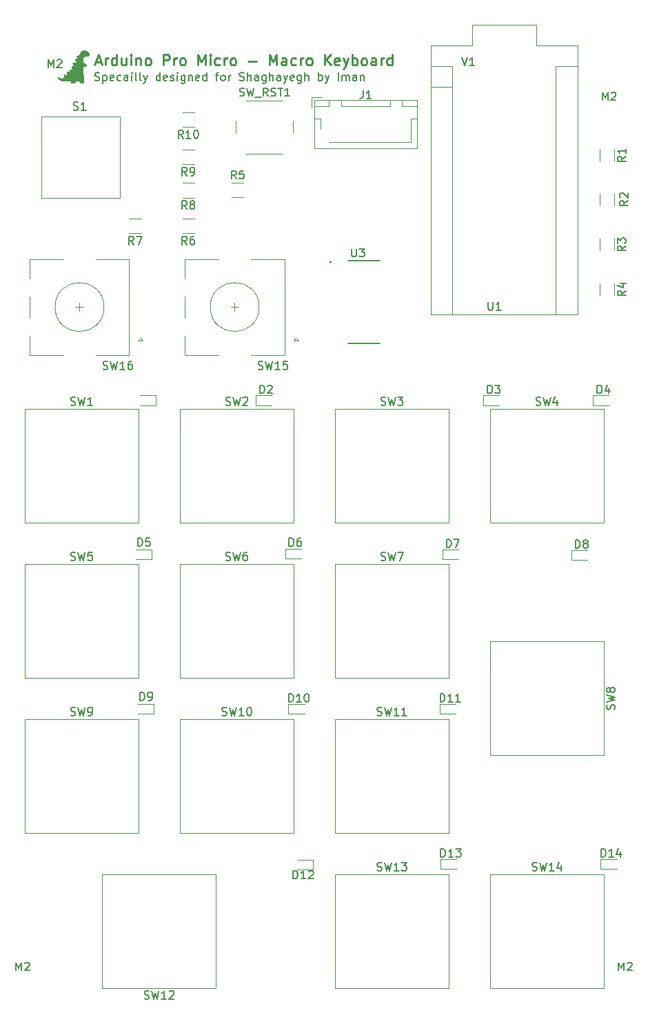
<source format=gbr>
%TF.GenerationSoftware,KiCad,Pcbnew,9.0.4*%
%TF.CreationDate,2025-08-26T19:34:46+02:00*%
%TF.ProjectId,shaghayeghs-keyboard,73686167-6861-4796-9567-68732d6b6579,rev?*%
%TF.SameCoordinates,Original*%
%TF.FileFunction,Legend,Top*%
%TF.FilePolarity,Positive*%
%FSLAX46Y46*%
G04 Gerber Fmt 4.6, Leading zero omitted, Abs format (unit mm)*
G04 Created by KiCad (PCBNEW 9.0.4) date 2025-08-26 19:34:46*
%MOMM*%
%LPD*%
G01*
G04 APERTURE LIST*
%ADD10C,0.150000*%
%ADD11C,0.260000*%
%ADD12C,0.127000*%
%ADD13C,0.200000*%
%ADD14C,0.100000*%
%ADD15C,0.120000*%
%ADD16C,0.000000*%
G04 APERTURE END LIST*
D10*
X92873076Y-41987000D02*
X93015933Y-42034619D01*
X93015933Y-42034619D02*
X93254028Y-42034619D01*
X93254028Y-42034619D02*
X93349266Y-41987000D01*
X93349266Y-41987000D02*
X93396885Y-41939380D01*
X93396885Y-41939380D02*
X93444504Y-41844142D01*
X93444504Y-41844142D02*
X93444504Y-41748904D01*
X93444504Y-41748904D02*
X93396885Y-41653666D01*
X93396885Y-41653666D02*
X93349266Y-41606047D01*
X93349266Y-41606047D02*
X93254028Y-41558428D01*
X93254028Y-41558428D02*
X93063552Y-41510809D01*
X93063552Y-41510809D02*
X92968314Y-41463190D01*
X92968314Y-41463190D02*
X92920695Y-41415571D01*
X92920695Y-41415571D02*
X92873076Y-41320333D01*
X92873076Y-41320333D02*
X92873076Y-41225095D01*
X92873076Y-41225095D02*
X92920695Y-41129857D01*
X92920695Y-41129857D02*
X92968314Y-41082238D01*
X92968314Y-41082238D02*
X93063552Y-41034619D01*
X93063552Y-41034619D02*
X93301647Y-41034619D01*
X93301647Y-41034619D02*
X93444504Y-41082238D01*
X93873076Y-41367952D02*
X93873076Y-42367952D01*
X93873076Y-41415571D02*
X93968314Y-41367952D01*
X93968314Y-41367952D02*
X94158790Y-41367952D01*
X94158790Y-41367952D02*
X94254028Y-41415571D01*
X94254028Y-41415571D02*
X94301647Y-41463190D01*
X94301647Y-41463190D02*
X94349266Y-41558428D01*
X94349266Y-41558428D02*
X94349266Y-41844142D01*
X94349266Y-41844142D02*
X94301647Y-41939380D01*
X94301647Y-41939380D02*
X94254028Y-41987000D01*
X94254028Y-41987000D02*
X94158790Y-42034619D01*
X94158790Y-42034619D02*
X93968314Y-42034619D01*
X93968314Y-42034619D02*
X93873076Y-41987000D01*
X95158790Y-41987000D02*
X95063552Y-42034619D01*
X95063552Y-42034619D02*
X94873076Y-42034619D01*
X94873076Y-42034619D02*
X94777838Y-41987000D01*
X94777838Y-41987000D02*
X94730219Y-41891761D01*
X94730219Y-41891761D02*
X94730219Y-41510809D01*
X94730219Y-41510809D02*
X94777838Y-41415571D01*
X94777838Y-41415571D02*
X94873076Y-41367952D01*
X94873076Y-41367952D02*
X95063552Y-41367952D01*
X95063552Y-41367952D02*
X95158790Y-41415571D01*
X95158790Y-41415571D02*
X95206409Y-41510809D01*
X95206409Y-41510809D02*
X95206409Y-41606047D01*
X95206409Y-41606047D02*
X94730219Y-41701285D01*
X96063552Y-41987000D02*
X95968314Y-42034619D01*
X95968314Y-42034619D02*
X95777838Y-42034619D01*
X95777838Y-42034619D02*
X95682600Y-41987000D01*
X95682600Y-41987000D02*
X95634981Y-41939380D01*
X95634981Y-41939380D02*
X95587362Y-41844142D01*
X95587362Y-41844142D02*
X95587362Y-41558428D01*
X95587362Y-41558428D02*
X95634981Y-41463190D01*
X95634981Y-41463190D02*
X95682600Y-41415571D01*
X95682600Y-41415571D02*
X95777838Y-41367952D01*
X95777838Y-41367952D02*
X95968314Y-41367952D01*
X95968314Y-41367952D02*
X96063552Y-41415571D01*
X96920695Y-42034619D02*
X96920695Y-41510809D01*
X96920695Y-41510809D02*
X96873076Y-41415571D01*
X96873076Y-41415571D02*
X96777838Y-41367952D01*
X96777838Y-41367952D02*
X96587362Y-41367952D01*
X96587362Y-41367952D02*
X96492124Y-41415571D01*
X96920695Y-41987000D02*
X96825457Y-42034619D01*
X96825457Y-42034619D02*
X96587362Y-42034619D01*
X96587362Y-42034619D02*
X96492124Y-41987000D01*
X96492124Y-41987000D02*
X96444505Y-41891761D01*
X96444505Y-41891761D02*
X96444505Y-41796523D01*
X96444505Y-41796523D02*
X96492124Y-41701285D01*
X96492124Y-41701285D02*
X96587362Y-41653666D01*
X96587362Y-41653666D02*
X96825457Y-41653666D01*
X96825457Y-41653666D02*
X96920695Y-41606047D01*
X97396886Y-42034619D02*
X97396886Y-41367952D01*
X97396886Y-41034619D02*
X97349267Y-41082238D01*
X97349267Y-41082238D02*
X97396886Y-41129857D01*
X97396886Y-41129857D02*
X97444505Y-41082238D01*
X97444505Y-41082238D02*
X97396886Y-41034619D01*
X97396886Y-41034619D02*
X97396886Y-41129857D01*
X98015933Y-42034619D02*
X97920695Y-41987000D01*
X97920695Y-41987000D02*
X97873076Y-41891761D01*
X97873076Y-41891761D02*
X97873076Y-41034619D01*
X98539743Y-42034619D02*
X98444505Y-41987000D01*
X98444505Y-41987000D02*
X98396886Y-41891761D01*
X98396886Y-41891761D02*
X98396886Y-41034619D01*
X98825458Y-41367952D02*
X99063553Y-42034619D01*
X99301648Y-41367952D02*
X99063553Y-42034619D01*
X99063553Y-42034619D02*
X98968315Y-42272714D01*
X98968315Y-42272714D02*
X98920696Y-42320333D01*
X98920696Y-42320333D02*
X98825458Y-42367952D01*
X100873077Y-42034619D02*
X100873077Y-41034619D01*
X100873077Y-41987000D02*
X100777839Y-42034619D01*
X100777839Y-42034619D02*
X100587363Y-42034619D01*
X100587363Y-42034619D02*
X100492125Y-41987000D01*
X100492125Y-41987000D02*
X100444506Y-41939380D01*
X100444506Y-41939380D02*
X100396887Y-41844142D01*
X100396887Y-41844142D02*
X100396887Y-41558428D01*
X100396887Y-41558428D02*
X100444506Y-41463190D01*
X100444506Y-41463190D02*
X100492125Y-41415571D01*
X100492125Y-41415571D02*
X100587363Y-41367952D01*
X100587363Y-41367952D02*
X100777839Y-41367952D01*
X100777839Y-41367952D02*
X100873077Y-41415571D01*
X101730220Y-41987000D02*
X101634982Y-42034619D01*
X101634982Y-42034619D02*
X101444506Y-42034619D01*
X101444506Y-42034619D02*
X101349268Y-41987000D01*
X101349268Y-41987000D02*
X101301649Y-41891761D01*
X101301649Y-41891761D02*
X101301649Y-41510809D01*
X101301649Y-41510809D02*
X101349268Y-41415571D01*
X101349268Y-41415571D02*
X101444506Y-41367952D01*
X101444506Y-41367952D02*
X101634982Y-41367952D01*
X101634982Y-41367952D02*
X101730220Y-41415571D01*
X101730220Y-41415571D02*
X101777839Y-41510809D01*
X101777839Y-41510809D02*
X101777839Y-41606047D01*
X101777839Y-41606047D02*
X101301649Y-41701285D01*
X102158792Y-41987000D02*
X102254030Y-42034619D01*
X102254030Y-42034619D02*
X102444506Y-42034619D01*
X102444506Y-42034619D02*
X102539744Y-41987000D01*
X102539744Y-41987000D02*
X102587363Y-41891761D01*
X102587363Y-41891761D02*
X102587363Y-41844142D01*
X102587363Y-41844142D02*
X102539744Y-41748904D01*
X102539744Y-41748904D02*
X102444506Y-41701285D01*
X102444506Y-41701285D02*
X102301649Y-41701285D01*
X102301649Y-41701285D02*
X102206411Y-41653666D01*
X102206411Y-41653666D02*
X102158792Y-41558428D01*
X102158792Y-41558428D02*
X102158792Y-41510809D01*
X102158792Y-41510809D02*
X102206411Y-41415571D01*
X102206411Y-41415571D02*
X102301649Y-41367952D01*
X102301649Y-41367952D02*
X102444506Y-41367952D01*
X102444506Y-41367952D02*
X102539744Y-41415571D01*
X103015935Y-42034619D02*
X103015935Y-41367952D01*
X103015935Y-41034619D02*
X102968316Y-41082238D01*
X102968316Y-41082238D02*
X103015935Y-41129857D01*
X103015935Y-41129857D02*
X103063554Y-41082238D01*
X103063554Y-41082238D02*
X103015935Y-41034619D01*
X103015935Y-41034619D02*
X103015935Y-41129857D01*
X103920696Y-41367952D02*
X103920696Y-42177476D01*
X103920696Y-42177476D02*
X103873077Y-42272714D01*
X103873077Y-42272714D02*
X103825458Y-42320333D01*
X103825458Y-42320333D02*
X103730220Y-42367952D01*
X103730220Y-42367952D02*
X103587363Y-42367952D01*
X103587363Y-42367952D02*
X103492125Y-42320333D01*
X103920696Y-41987000D02*
X103825458Y-42034619D01*
X103825458Y-42034619D02*
X103634982Y-42034619D01*
X103634982Y-42034619D02*
X103539744Y-41987000D01*
X103539744Y-41987000D02*
X103492125Y-41939380D01*
X103492125Y-41939380D02*
X103444506Y-41844142D01*
X103444506Y-41844142D02*
X103444506Y-41558428D01*
X103444506Y-41558428D02*
X103492125Y-41463190D01*
X103492125Y-41463190D02*
X103539744Y-41415571D01*
X103539744Y-41415571D02*
X103634982Y-41367952D01*
X103634982Y-41367952D02*
X103825458Y-41367952D01*
X103825458Y-41367952D02*
X103920696Y-41415571D01*
X104396887Y-41367952D02*
X104396887Y-42034619D01*
X104396887Y-41463190D02*
X104444506Y-41415571D01*
X104444506Y-41415571D02*
X104539744Y-41367952D01*
X104539744Y-41367952D02*
X104682601Y-41367952D01*
X104682601Y-41367952D02*
X104777839Y-41415571D01*
X104777839Y-41415571D02*
X104825458Y-41510809D01*
X104825458Y-41510809D02*
X104825458Y-42034619D01*
X105682601Y-41987000D02*
X105587363Y-42034619D01*
X105587363Y-42034619D02*
X105396887Y-42034619D01*
X105396887Y-42034619D02*
X105301649Y-41987000D01*
X105301649Y-41987000D02*
X105254030Y-41891761D01*
X105254030Y-41891761D02*
X105254030Y-41510809D01*
X105254030Y-41510809D02*
X105301649Y-41415571D01*
X105301649Y-41415571D02*
X105396887Y-41367952D01*
X105396887Y-41367952D02*
X105587363Y-41367952D01*
X105587363Y-41367952D02*
X105682601Y-41415571D01*
X105682601Y-41415571D02*
X105730220Y-41510809D01*
X105730220Y-41510809D02*
X105730220Y-41606047D01*
X105730220Y-41606047D02*
X105254030Y-41701285D01*
X106587363Y-42034619D02*
X106587363Y-41034619D01*
X106587363Y-41987000D02*
X106492125Y-42034619D01*
X106492125Y-42034619D02*
X106301649Y-42034619D01*
X106301649Y-42034619D02*
X106206411Y-41987000D01*
X106206411Y-41987000D02*
X106158792Y-41939380D01*
X106158792Y-41939380D02*
X106111173Y-41844142D01*
X106111173Y-41844142D02*
X106111173Y-41558428D01*
X106111173Y-41558428D02*
X106158792Y-41463190D01*
X106158792Y-41463190D02*
X106206411Y-41415571D01*
X106206411Y-41415571D02*
X106301649Y-41367952D01*
X106301649Y-41367952D02*
X106492125Y-41367952D01*
X106492125Y-41367952D02*
X106587363Y-41415571D01*
X107682602Y-41367952D02*
X108063554Y-41367952D01*
X107825459Y-42034619D02*
X107825459Y-41177476D01*
X107825459Y-41177476D02*
X107873078Y-41082238D01*
X107873078Y-41082238D02*
X107968316Y-41034619D01*
X107968316Y-41034619D02*
X108063554Y-41034619D01*
X108539745Y-42034619D02*
X108444507Y-41987000D01*
X108444507Y-41987000D02*
X108396888Y-41939380D01*
X108396888Y-41939380D02*
X108349269Y-41844142D01*
X108349269Y-41844142D02*
X108349269Y-41558428D01*
X108349269Y-41558428D02*
X108396888Y-41463190D01*
X108396888Y-41463190D02*
X108444507Y-41415571D01*
X108444507Y-41415571D02*
X108539745Y-41367952D01*
X108539745Y-41367952D02*
X108682602Y-41367952D01*
X108682602Y-41367952D02*
X108777840Y-41415571D01*
X108777840Y-41415571D02*
X108825459Y-41463190D01*
X108825459Y-41463190D02*
X108873078Y-41558428D01*
X108873078Y-41558428D02*
X108873078Y-41844142D01*
X108873078Y-41844142D02*
X108825459Y-41939380D01*
X108825459Y-41939380D02*
X108777840Y-41987000D01*
X108777840Y-41987000D02*
X108682602Y-42034619D01*
X108682602Y-42034619D02*
X108539745Y-42034619D01*
X109301650Y-42034619D02*
X109301650Y-41367952D01*
X109301650Y-41558428D02*
X109349269Y-41463190D01*
X109349269Y-41463190D02*
X109396888Y-41415571D01*
X109396888Y-41415571D02*
X109492126Y-41367952D01*
X109492126Y-41367952D02*
X109587364Y-41367952D01*
X110634984Y-41987000D02*
X110777841Y-42034619D01*
X110777841Y-42034619D02*
X111015936Y-42034619D01*
X111015936Y-42034619D02*
X111111174Y-41987000D01*
X111111174Y-41987000D02*
X111158793Y-41939380D01*
X111158793Y-41939380D02*
X111206412Y-41844142D01*
X111206412Y-41844142D02*
X111206412Y-41748904D01*
X111206412Y-41748904D02*
X111158793Y-41653666D01*
X111158793Y-41653666D02*
X111111174Y-41606047D01*
X111111174Y-41606047D02*
X111015936Y-41558428D01*
X111015936Y-41558428D02*
X110825460Y-41510809D01*
X110825460Y-41510809D02*
X110730222Y-41463190D01*
X110730222Y-41463190D02*
X110682603Y-41415571D01*
X110682603Y-41415571D02*
X110634984Y-41320333D01*
X110634984Y-41320333D02*
X110634984Y-41225095D01*
X110634984Y-41225095D02*
X110682603Y-41129857D01*
X110682603Y-41129857D02*
X110730222Y-41082238D01*
X110730222Y-41082238D02*
X110825460Y-41034619D01*
X110825460Y-41034619D02*
X111063555Y-41034619D01*
X111063555Y-41034619D02*
X111206412Y-41082238D01*
X111634984Y-42034619D02*
X111634984Y-41034619D01*
X112063555Y-42034619D02*
X112063555Y-41510809D01*
X112063555Y-41510809D02*
X112015936Y-41415571D01*
X112015936Y-41415571D02*
X111920698Y-41367952D01*
X111920698Y-41367952D02*
X111777841Y-41367952D01*
X111777841Y-41367952D02*
X111682603Y-41415571D01*
X111682603Y-41415571D02*
X111634984Y-41463190D01*
X112968317Y-42034619D02*
X112968317Y-41510809D01*
X112968317Y-41510809D02*
X112920698Y-41415571D01*
X112920698Y-41415571D02*
X112825460Y-41367952D01*
X112825460Y-41367952D02*
X112634984Y-41367952D01*
X112634984Y-41367952D02*
X112539746Y-41415571D01*
X112968317Y-41987000D02*
X112873079Y-42034619D01*
X112873079Y-42034619D02*
X112634984Y-42034619D01*
X112634984Y-42034619D02*
X112539746Y-41987000D01*
X112539746Y-41987000D02*
X112492127Y-41891761D01*
X112492127Y-41891761D02*
X112492127Y-41796523D01*
X112492127Y-41796523D02*
X112539746Y-41701285D01*
X112539746Y-41701285D02*
X112634984Y-41653666D01*
X112634984Y-41653666D02*
X112873079Y-41653666D01*
X112873079Y-41653666D02*
X112968317Y-41606047D01*
X113873079Y-41367952D02*
X113873079Y-42177476D01*
X113873079Y-42177476D02*
X113825460Y-42272714D01*
X113825460Y-42272714D02*
X113777841Y-42320333D01*
X113777841Y-42320333D02*
X113682603Y-42367952D01*
X113682603Y-42367952D02*
X113539746Y-42367952D01*
X113539746Y-42367952D02*
X113444508Y-42320333D01*
X113873079Y-41987000D02*
X113777841Y-42034619D01*
X113777841Y-42034619D02*
X113587365Y-42034619D01*
X113587365Y-42034619D02*
X113492127Y-41987000D01*
X113492127Y-41987000D02*
X113444508Y-41939380D01*
X113444508Y-41939380D02*
X113396889Y-41844142D01*
X113396889Y-41844142D02*
X113396889Y-41558428D01*
X113396889Y-41558428D02*
X113444508Y-41463190D01*
X113444508Y-41463190D02*
X113492127Y-41415571D01*
X113492127Y-41415571D02*
X113587365Y-41367952D01*
X113587365Y-41367952D02*
X113777841Y-41367952D01*
X113777841Y-41367952D02*
X113873079Y-41415571D01*
X114349270Y-42034619D02*
X114349270Y-41034619D01*
X114777841Y-42034619D02*
X114777841Y-41510809D01*
X114777841Y-41510809D02*
X114730222Y-41415571D01*
X114730222Y-41415571D02*
X114634984Y-41367952D01*
X114634984Y-41367952D02*
X114492127Y-41367952D01*
X114492127Y-41367952D02*
X114396889Y-41415571D01*
X114396889Y-41415571D02*
X114349270Y-41463190D01*
X115682603Y-42034619D02*
X115682603Y-41510809D01*
X115682603Y-41510809D02*
X115634984Y-41415571D01*
X115634984Y-41415571D02*
X115539746Y-41367952D01*
X115539746Y-41367952D02*
X115349270Y-41367952D01*
X115349270Y-41367952D02*
X115254032Y-41415571D01*
X115682603Y-41987000D02*
X115587365Y-42034619D01*
X115587365Y-42034619D02*
X115349270Y-42034619D01*
X115349270Y-42034619D02*
X115254032Y-41987000D01*
X115254032Y-41987000D02*
X115206413Y-41891761D01*
X115206413Y-41891761D02*
X115206413Y-41796523D01*
X115206413Y-41796523D02*
X115254032Y-41701285D01*
X115254032Y-41701285D02*
X115349270Y-41653666D01*
X115349270Y-41653666D02*
X115587365Y-41653666D01*
X115587365Y-41653666D02*
X115682603Y-41606047D01*
X116063556Y-41367952D02*
X116301651Y-42034619D01*
X116539746Y-41367952D02*
X116301651Y-42034619D01*
X116301651Y-42034619D02*
X116206413Y-42272714D01*
X116206413Y-42272714D02*
X116158794Y-42320333D01*
X116158794Y-42320333D02*
X116063556Y-42367952D01*
X117301651Y-41987000D02*
X117206413Y-42034619D01*
X117206413Y-42034619D02*
X117015937Y-42034619D01*
X117015937Y-42034619D02*
X116920699Y-41987000D01*
X116920699Y-41987000D02*
X116873080Y-41891761D01*
X116873080Y-41891761D02*
X116873080Y-41510809D01*
X116873080Y-41510809D02*
X116920699Y-41415571D01*
X116920699Y-41415571D02*
X117015937Y-41367952D01*
X117015937Y-41367952D02*
X117206413Y-41367952D01*
X117206413Y-41367952D02*
X117301651Y-41415571D01*
X117301651Y-41415571D02*
X117349270Y-41510809D01*
X117349270Y-41510809D02*
X117349270Y-41606047D01*
X117349270Y-41606047D02*
X116873080Y-41701285D01*
X118206413Y-41367952D02*
X118206413Y-42177476D01*
X118206413Y-42177476D02*
X118158794Y-42272714D01*
X118158794Y-42272714D02*
X118111175Y-42320333D01*
X118111175Y-42320333D02*
X118015937Y-42367952D01*
X118015937Y-42367952D02*
X117873080Y-42367952D01*
X117873080Y-42367952D02*
X117777842Y-42320333D01*
X118206413Y-41987000D02*
X118111175Y-42034619D01*
X118111175Y-42034619D02*
X117920699Y-42034619D01*
X117920699Y-42034619D02*
X117825461Y-41987000D01*
X117825461Y-41987000D02*
X117777842Y-41939380D01*
X117777842Y-41939380D02*
X117730223Y-41844142D01*
X117730223Y-41844142D02*
X117730223Y-41558428D01*
X117730223Y-41558428D02*
X117777842Y-41463190D01*
X117777842Y-41463190D02*
X117825461Y-41415571D01*
X117825461Y-41415571D02*
X117920699Y-41367952D01*
X117920699Y-41367952D02*
X118111175Y-41367952D01*
X118111175Y-41367952D02*
X118206413Y-41415571D01*
X118682604Y-42034619D02*
X118682604Y-41034619D01*
X119111175Y-42034619D02*
X119111175Y-41510809D01*
X119111175Y-41510809D02*
X119063556Y-41415571D01*
X119063556Y-41415571D02*
X118968318Y-41367952D01*
X118968318Y-41367952D02*
X118825461Y-41367952D01*
X118825461Y-41367952D02*
X118730223Y-41415571D01*
X118730223Y-41415571D02*
X118682604Y-41463190D01*
X120349271Y-42034619D02*
X120349271Y-41034619D01*
X120349271Y-41415571D02*
X120444509Y-41367952D01*
X120444509Y-41367952D02*
X120634985Y-41367952D01*
X120634985Y-41367952D02*
X120730223Y-41415571D01*
X120730223Y-41415571D02*
X120777842Y-41463190D01*
X120777842Y-41463190D02*
X120825461Y-41558428D01*
X120825461Y-41558428D02*
X120825461Y-41844142D01*
X120825461Y-41844142D02*
X120777842Y-41939380D01*
X120777842Y-41939380D02*
X120730223Y-41987000D01*
X120730223Y-41987000D02*
X120634985Y-42034619D01*
X120634985Y-42034619D02*
X120444509Y-42034619D01*
X120444509Y-42034619D02*
X120349271Y-41987000D01*
X121158795Y-41367952D02*
X121396890Y-42034619D01*
X121634985Y-41367952D02*
X121396890Y-42034619D01*
X121396890Y-42034619D02*
X121301652Y-42272714D01*
X121301652Y-42272714D02*
X121254033Y-42320333D01*
X121254033Y-42320333D02*
X121158795Y-42367952D01*
X122777843Y-42034619D02*
X122777843Y-41034619D01*
X123254033Y-42034619D02*
X123254033Y-41367952D01*
X123254033Y-41463190D02*
X123301652Y-41415571D01*
X123301652Y-41415571D02*
X123396890Y-41367952D01*
X123396890Y-41367952D02*
X123539747Y-41367952D01*
X123539747Y-41367952D02*
X123634985Y-41415571D01*
X123634985Y-41415571D02*
X123682604Y-41510809D01*
X123682604Y-41510809D02*
X123682604Y-42034619D01*
X123682604Y-41510809D02*
X123730223Y-41415571D01*
X123730223Y-41415571D02*
X123825461Y-41367952D01*
X123825461Y-41367952D02*
X123968318Y-41367952D01*
X123968318Y-41367952D02*
X124063557Y-41415571D01*
X124063557Y-41415571D02*
X124111176Y-41510809D01*
X124111176Y-41510809D02*
X124111176Y-42034619D01*
X125015937Y-42034619D02*
X125015937Y-41510809D01*
X125015937Y-41510809D02*
X124968318Y-41415571D01*
X124968318Y-41415571D02*
X124873080Y-41367952D01*
X124873080Y-41367952D02*
X124682604Y-41367952D01*
X124682604Y-41367952D02*
X124587366Y-41415571D01*
X125015937Y-41987000D02*
X124920699Y-42034619D01*
X124920699Y-42034619D02*
X124682604Y-42034619D01*
X124682604Y-42034619D02*
X124587366Y-41987000D01*
X124587366Y-41987000D02*
X124539747Y-41891761D01*
X124539747Y-41891761D02*
X124539747Y-41796523D01*
X124539747Y-41796523D02*
X124587366Y-41701285D01*
X124587366Y-41701285D02*
X124682604Y-41653666D01*
X124682604Y-41653666D02*
X124920699Y-41653666D01*
X124920699Y-41653666D02*
X125015937Y-41606047D01*
X125492128Y-41367952D02*
X125492128Y-42034619D01*
X125492128Y-41463190D02*
X125539747Y-41415571D01*
X125539747Y-41415571D02*
X125634985Y-41367952D01*
X125634985Y-41367952D02*
X125777842Y-41367952D01*
X125777842Y-41367952D02*
X125873080Y-41415571D01*
X125873080Y-41415571D02*
X125920699Y-41510809D01*
X125920699Y-41510809D02*
X125920699Y-42034619D01*
X137950676Y-39180419D02*
X138284009Y-40180419D01*
X138284009Y-40180419D02*
X138617342Y-39180419D01*
X139474485Y-40180419D02*
X138903057Y-40180419D01*
X139188771Y-40180419D02*
X139188771Y-39180419D01*
X139188771Y-39180419D02*
X139093533Y-39323276D01*
X139093533Y-39323276D02*
X138998295Y-39418514D01*
X138998295Y-39418514D02*
X138903057Y-39466133D01*
X124401895Y-62660219D02*
X124401895Y-63469742D01*
X124401895Y-63469742D02*
X124449514Y-63564980D01*
X124449514Y-63564980D02*
X124497133Y-63612600D01*
X124497133Y-63612600D02*
X124592371Y-63660219D01*
X124592371Y-63660219D02*
X124782847Y-63660219D01*
X124782847Y-63660219D02*
X124878085Y-63612600D01*
X124878085Y-63612600D02*
X124925704Y-63564980D01*
X124925704Y-63564980D02*
X124973323Y-63469742D01*
X124973323Y-63469742D02*
X124973323Y-62660219D01*
X125354276Y-62660219D02*
X125973323Y-62660219D01*
X125973323Y-62660219D02*
X125639990Y-63041171D01*
X125639990Y-63041171D02*
X125782847Y-63041171D01*
X125782847Y-63041171D02*
X125878085Y-63088790D01*
X125878085Y-63088790D02*
X125925704Y-63136409D01*
X125925704Y-63136409D02*
X125973323Y-63231647D01*
X125973323Y-63231647D02*
X125973323Y-63469742D01*
X125973323Y-63469742D02*
X125925704Y-63564980D01*
X125925704Y-63564980D02*
X125878085Y-63612600D01*
X125878085Y-63612600D02*
X125782847Y-63660219D01*
X125782847Y-63660219D02*
X125497133Y-63660219D01*
X125497133Y-63660219D02*
X125401895Y-63612600D01*
X125401895Y-63612600D02*
X125354276Y-63564980D01*
X90245895Y-45606800D02*
X90388752Y-45654419D01*
X90388752Y-45654419D02*
X90626847Y-45654419D01*
X90626847Y-45654419D02*
X90722085Y-45606800D01*
X90722085Y-45606800D02*
X90769704Y-45559180D01*
X90769704Y-45559180D02*
X90817323Y-45463942D01*
X90817323Y-45463942D02*
X90817323Y-45368704D01*
X90817323Y-45368704D02*
X90769704Y-45273466D01*
X90769704Y-45273466D02*
X90722085Y-45225847D01*
X90722085Y-45225847D02*
X90626847Y-45178228D01*
X90626847Y-45178228D02*
X90436371Y-45130609D01*
X90436371Y-45130609D02*
X90341133Y-45082990D01*
X90341133Y-45082990D02*
X90293514Y-45035371D01*
X90293514Y-45035371D02*
X90245895Y-44940133D01*
X90245895Y-44940133D02*
X90245895Y-44844895D01*
X90245895Y-44844895D02*
X90293514Y-44749657D01*
X90293514Y-44749657D02*
X90341133Y-44702038D01*
X90341133Y-44702038D02*
X90436371Y-44654419D01*
X90436371Y-44654419D02*
X90674466Y-44654419D01*
X90674466Y-44654419D02*
X90817323Y-44702038D01*
X91769704Y-45654419D02*
X91198276Y-45654419D01*
X91483990Y-45654419D02*
X91483990Y-44654419D01*
X91483990Y-44654419D02*
X91388752Y-44797276D01*
X91388752Y-44797276D02*
X91293514Y-44892514D01*
X91293514Y-44892514D02*
X91198276Y-44940133D01*
X157190476Y-151304819D02*
X157190476Y-150304819D01*
X157190476Y-150304819D02*
X157523809Y-151019104D01*
X157523809Y-151019104D02*
X157857142Y-150304819D01*
X157857142Y-150304819D02*
X157857142Y-151304819D01*
X158285714Y-150400057D02*
X158333333Y-150352438D01*
X158333333Y-150352438D02*
X158428571Y-150304819D01*
X158428571Y-150304819D02*
X158666666Y-150304819D01*
X158666666Y-150304819D02*
X158761904Y-150352438D01*
X158761904Y-150352438D02*
X158809523Y-150400057D01*
X158809523Y-150400057D02*
X158857142Y-150495295D01*
X158857142Y-150495295D02*
X158857142Y-150590533D01*
X158857142Y-150590533D02*
X158809523Y-150733390D01*
X158809523Y-150733390D02*
X158238095Y-151304819D01*
X158238095Y-151304819D02*
X158857142Y-151304819D01*
X83190476Y-151304819D02*
X83190476Y-150304819D01*
X83190476Y-150304819D02*
X83523809Y-151019104D01*
X83523809Y-151019104D02*
X83857142Y-150304819D01*
X83857142Y-150304819D02*
X83857142Y-151304819D01*
X84285714Y-150400057D02*
X84333333Y-150352438D01*
X84333333Y-150352438D02*
X84428571Y-150304819D01*
X84428571Y-150304819D02*
X84666666Y-150304819D01*
X84666666Y-150304819D02*
X84761904Y-150352438D01*
X84761904Y-150352438D02*
X84809523Y-150400057D01*
X84809523Y-150400057D02*
X84857142Y-150495295D01*
X84857142Y-150495295D02*
X84857142Y-150590533D01*
X84857142Y-150590533D02*
X84809523Y-150733390D01*
X84809523Y-150733390D02*
X84238095Y-151304819D01*
X84238095Y-151304819D02*
X84857142Y-151304819D01*
X158063019Y-67832266D02*
X157586828Y-68165599D01*
X158063019Y-68403694D02*
X157063019Y-68403694D01*
X157063019Y-68403694D02*
X157063019Y-68022742D01*
X157063019Y-68022742D02*
X157110638Y-67927504D01*
X157110638Y-67927504D02*
X157158257Y-67879885D01*
X157158257Y-67879885D02*
X157253495Y-67832266D01*
X157253495Y-67832266D02*
X157396352Y-67832266D01*
X157396352Y-67832266D02*
X157491590Y-67879885D01*
X157491590Y-67879885D02*
X157539209Y-67927504D01*
X157539209Y-67927504D02*
X157586828Y-68022742D01*
X157586828Y-68022742D02*
X157586828Y-68403694D01*
X157396352Y-66975123D02*
X158063019Y-66975123D01*
X157015400Y-67213218D02*
X157729685Y-67451313D01*
X157729685Y-67451313D02*
X157729685Y-66832266D01*
X116692514Y-118331619D02*
X116692514Y-117331619D01*
X116692514Y-117331619D02*
X116930609Y-117331619D01*
X116930609Y-117331619D02*
X117073466Y-117379238D01*
X117073466Y-117379238D02*
X117168704Y-117474476D01*
X117168704Y-117474476D02*
X117216323Y-117569714D01*
X117216323Y-117569714D02*
X117263942Y-117760190D01*
X117263942Y-117760190D02*
X117263942Y-117903047D01*
X117263942Y-117903047D02*
X117216323Y-118093523D01*
X117216323Y-118093523D02*
X117168704Y-118188761D01*
X117168704Y-118188761D02*
X117073466Y-118284000D01*
X117073466Y-118284000D02*
X116930609Y-118331619D01*
X116930609Y-118331619D02*
X116692514Y-118331619D01*
X118216323Y-118331619D02*
X117644895Y-118331619D01*
X117930609Y-118331619D02*
X117930609Y-117331619D01*
X117930609Y-117331619D02*
X117835371Y-117474476D01*
X117835371Y-117474476D02*
X117740133Y-117569714D01*
X117740133Y-117569714D02*
X117644895Y-117617333D01*
X118835371Y-117331619D02*
X118930609Y-117331619D01*
X118930609Y-117331619D02*
X119025847Y-117379238D01*
X119025847Y-117379238D02*
X119073466Y-117426857D01*
X119073466Y-117426857D02*
X119121085Y-117522095D01*
X119121085Y-117522095D02*
X119168704Y-117712571D01*
X119168704Y-117712571D02*
X119168704Y-117950666D01*
X119168704Y-117950666D02*
X119121085Y-118141142D01*
X119121085Y-118141142D02*
X119073466Y-118236380D01*
X119073466Y-118236380D02*
X119025847Y-118284000D01*
X119025847Y-118284000D02*
X118930609Y-118331619D01*
X118930609Y-118331619D02*
X118835371Y-118331619D01*
X118835371Y-118331619D02*
X118740133Y-118284000D01*
X118740133Y-118284000D02*
X118692514Y-118236380D01*
X118692514Y-118236380D02*
X118644895Y-118141142D01*
X118644895Y-118141142D02*
X118597276Y-117950666D01*
X118597276Y-117950666D02*
X118597276Y-117712571D01*
X118597276Y-117712571D02*
X118644895Y-117522095D01*
X118644895Y-117522095D02*
X118692514Y-117426857D01*
X118692514Y-117426857D02*
X118740133Y-117379238D01*
X118740133Y-117379238D02*
X118835371Y-117331619D01*
X103700342Y-49122419D02*
X103367009Y-48646228D01*
X103128914Y-49122419D02*
X103128914Y-48122419D01*
X103128914Y-48122419D02*
X103509866Y-48122419D01*
X103509866Y-48122419D02*
X103605104Y-48170038D01*
X103605104Y-48170038D02*
X103652723Y-48217657D01*
X103652723Y-48217657D02*
X103700342Y-48312895D01*
X103700342Y-48312895D02*
X103700342Y-48455752D01*
X103700342Y-48455752D02*
X103652723Y-48550990D01*
X103652723Y-48550990D02*
X103605104Y-48598609D01*
X103605104Y-48598609D02*
X103509866Y-48646228D01*
X103509866Y-48646228D02*
X103128914Y-48646228D01*
X104652723Y-49122419D02*
X104081295Y-49122419D01*
X104367009Y-49122419D02*
X104367009Y-48122419D01*
X104367009Y-48122419D02*
X104271771Y-48265276D01*
X104271771Y-48265276D02*
X104176533Y-48360514D01*
X104176533Y-48360514D02*
X104081295Y-48408133D01*
X105271771Y-48122419D02*
X105367009Y-48122419D01*
X105367009Y-48122419D02*
X105462247Y-48170038D01*
X105462247Y-48170038D02*
X105509866Y-48217657D01*
X105509866Y-48217657D02*
X105557485Y-48312895D01*
X105557485Y-48312895D02*
X105605104Y-48503371D01*
X105605104Y-48503371D02*
X105605104Y-48741466D01*
X105605104Y-48741466D02*
X105557485Y-48931942D01*
X105557485Y-48931942D02*
X105509866Y-49027180D01*
X105509866Y-49027180D02*
X105462247Y-49074800D01*
X105462247Y-49074800D02*
X105367009Y-49122419D01*
X105367009Y-49122419D02*
X105271771Y-49122419D01*
X105271771Y-49122419D02*
X105176533Y-49074800D01*
X105176533Y-49074800D02*
X105128914Y-49027180D01*
X105128914Y-49027180D02*
X105081295Y-48931942D01*
X105081295Y-48931942D02*
X105033676Y-48741466D01*
X105033676Y-48741466D02*
X105033676Y-48503371D01*
X105033676Y-48503371D02*
X105081295Y-48312895D01*
X105081295Y-48312895D02*
X105128914Y-48217657D01*
X105128914Y-48217657D02*
X105176533Y-48170038D01*
X105176533Y-48170038D02*
X105271771Y-48122419D01*
X135361514Y-137356219D02*
X135361514Y-136356219D01*
X135361514Y-136356219D02*
X135599609Y-136356219D01*
X135599609Y-136356219D02*
X135742466Y-136403838D01*
X135742466Y-136403838D02*
X135837704Y-136499076D01*
X135837704Y-136499076D02*
X135885323Y-136594314D01*
X135885323Y-136594314D02*
X135932942Y-136784790D01*
X135932942Y-136784790D02*
X135932942Y-136927647D01*
X135932942Y-136927647D02*
X135885323Y-137118123D01*
X135885323Y-137118123D02*
X135837704Y-137213361D01*
X135837704Y-137213361D02*
X135742466Y-137308600D01*
X135742466Y-137308600D02*
X135599609Y-137356219D01*
X135599609Y-137356219D02*
X135361514Y-137356219D01*
X136885323Y-137356219D02*
X136313895Y-137356219D01*
X136599609Y-137356219D02*
X136599609Y-136356219D01*
X136599609Y-136356219D02*
X136504371Y-136499076D01*
X136504371Y-136499076D02*
X136409133Y-136594314D01*
X136409133Y-136594314D02*
X136313895Y-136641933D01*
X137218657Y-136356219D02*
X137837704Y-136356219D01*
X137837704Y-136356219D02*
X137504371Y-136737171D01*
X137504371Y-136737171D02*
X137647228Y-136737171D01*
X137647228Y-136737171D02*
X137742466Y-136784790D01*
X137742466Y-136784790D02*
X137790085Y-136832409D01*
X137790085Y-136832409D02*
X137837704Y-136927647D01*
X137837704Y-136927647D02*
X137837704Y-137165742D01*
X137837704Y-137165742D02*
X137790085Y-137260980D01*
X137790085Y-137260980D02*
X137742466Y-137308600D01*
X137742466Y-137308600D02*
X137647228Y-137356219D01*
X137647228Y-137356219D02*
X137361514Y-137356219D01*
X137361514Y-137356219D02*
X137266276Y-137308600D01*
X137266276Y-137308600D02*
X137218657Y-137260980D01*
X127537676Y-139002400D02*
X127680533Y-139050019D01*
X127680533Y-139050019D02*
X127918628Y-139050019D01*
X127918628Y-139050019D02*
X128013866Y-139002400D01*
X128013866Y-139002400D02*
X128061485Y-138954780D01*
X128061485Y-138954780D02*
X128109104Y-138859542D01*
X128109104Y-138859542D02*
X128109104Y-138764304D01*
X128109104Y-138764304D02*
X128061485Y-138669066D01*
X128061485Y-138669066D02*
X128013866Y-138621447D01*
X128013866Y-138621447D02*
X127918628Y-138573828D01*
X127918628Y-138573828D02*
X127728152Y-138526209D01*
X127728152Y-138526209D02*
X127632914Y-138478590D01*
X127632914Y-138478590D02*
X127585295Y-138430971D01*
X127585295Y-138430971D02*
X127537676Y-138335733D01*
X127537676Y-138335733D02*
X127537676Y-138240495D01*
X127537676Y-138240495D02*
X127585295Y-138145257D01*
X127585295Y-138145257D02*
X127632914Y-138097638D01*
X127632914Y-138097638D02*
X127728152Y-138050019D01*
X127728152Y-138050019D02*
X127966247Y-138050019D01*
X127966247Y-138050019D02*
X128109104Y-138097638D01*
X128442438Y-138050019D02*
X128680533Y-139050019D01*
X128680533Y-139050019D02*
X128871009Y-138335733D01*
X128871009Y-138335733D02*
X129061485Y-139050019D01*
X129061485Y-139050019D02*
X129299581Y-138050019D01*
X130204342Y-139050019D02*
X129632914Y-139050019D01*
X129918628Y-139050019D02*
X129918628Y-138050019D01*
X129918628Y-138050019D02*
X129823390Y-138192876D01*
X129823390Y-138192876D02*
X129728152Y-138288114D01*
X129728152Y-138288114D02*
X129632914Y-138335733D01*
X130537676Y-138050019D02*
X131156723Y-138050019D01*
X131156723Y-138050019D02*
X130823390Y-138430971D01*
X130823390Y-138430971D02*
X130966247Y-138430971D01*
X130966247Y-138430971D02*
X131061485Y-138478590D01*
X131061485Y-138478590D02*
X131109104Y-138526209D01*
X131109104Y-138526209D02*
X131156723Y-138621447D01*
X131156723Y-138621447D02*
X131156723Y-138859542D01*
X131156723Y-138859542D02*
X131109104Y-138954780D01*
X131109104Y-138954780D02*
X131061485Y-139002400D01*
X131061485Y-139002400D02*
X130966247Y-139050019D01*
X130966247Y-139050019D02*
X130680533Y-139050019D01*
X130680533Y-139050019D02*
X130585295Y-139002400D01*
X130585295Y-139002400D02*
X130537676Y-138954780D01*
X110645571Y-43894400D02*
X110788428Y-43942019D01*
X110788428Y-43942019D02*
X111026523Y-43942019D01*
X111026523Y-43942019D02*
X111121761Y-43894400D01*
X111121761Y-43894400D02*
X111169380Y-43846780D01*
X111169380Y-43846780D02*
X111216999Y-43751542D01*
X111216999Y-43751542D02*
X111216999Y-43656304D01*
X111216999Y-43656304D02*
X111169380Y-43561066D01*
X111169380Y-43561066D02*
X111121761Y-43513447D01*
X111121761Y-43513447D02*
X111026523Y-43465828D01*
X111026523Y-43465828D02*
X110836047Y-43418209D01*
X110836047Y-43418209D02*
X110740809Y-43370590D01*
X110740809Y-43370590D02*
X110693190Y-43322971D01*
X110693190Y-43322971D02*
X110645571Y-43227733D01*
X110645571Y-43227733D02*
X110645571Y-43132495D01*
X110645571Y-43132495D02*
X110693190Y-43037257D01*
X110693190Y-43037257D02*
X110740809Y-42989638D01*
X110740809Y-42989638D02*
X110836047Y-42942019D01*
X110836047Y-42942019D02*
X111074142Y-42942019D01*
X111074142Y-42942019D02*
X111216999Y-42989638D01*
X111550333Y-42942019D02*
X111788428Y-43942019D01*
X111788428Y-43942019D02*
X111978904Y-43227733D01*
X111978904Y-43227733D02*
X112169380Y-43942019D01*
X112169380Y-43942019D02*
X112407476Y-42942019D01*
X112550333Y-44037257D02*
X113312237Y-44037257D01*
X114121761Y-43942019D02*
X113788428Y-43465828D01*
X113550333Y-43942019D02*
X113550333Y-42942019D01*
X113550333Y-42942019D02*
X113931285Y-42942019D01*
X113931285Y-42942019D02*
X114026523Y-42989638D01*
X114026523Y-42989638D02*
X114074142Y-43037257D01*
X114074142Y-43037257D02*
X114121761Y-43132495D01*
X114121761Y-43132495D02*
X114121761Y-43275352D01*
X114121761Y-43275352D02*
X114074142Y-43370590D01*
X114074142Y-43370590D02*
X114026523Y-43418209D01*
X114026523Y-43418209D02*
X113931285Y-43465828D01*
X113931285Y-43465828D02*
X113550333Y-43465828D01*
X114502714Y-43894400D02*
X114645571Y-43942019D01*
X114645571Y-43942019D02*
X114883666Y-43942019D01*
X114883666Y-43942019D02*
X114978904Y-43894400D01*
X114978904Y-43894400D02*
X115026523Y-43846780D01*
X115026523Y-43846780D02*
X115074142Y-43751542D01*
X115074142Y-43751542D02*
X115074142Y-43656304D01*
X115074142Y-43656304D02*
X115026523Y-43561066D01*
X115026523Y-43561066D02*
X114978904Y-43513447D01*
X114978904Y-43513447D02*
X114883666Y-43465828D01*
X114883666Y-43465828D02*
X114693190Y-43418209D01*
X114693190Y-43418209D02*
X114597952Y-43370590D01*
X114597952Y-43370590D02*
X114550333Y-43322971D01*
X114550333Y-43322971D02*
X114502714Y-43227733D01*
X114502714Y-43227733D02*
X114502714Y-43132495D01*
X114502714Y-43132495D02*
X114550333Y-43037257D01*
X114550333Y-43037257D02*
X114597952Y-42989638D01*
X114597952Y-42989638D02*
X114693190Y-42942019D01*
X114693190Y-42942019D02*
X114931285Y-42942019D01*
X114931285Y-42942019D02*
X115074142Y-42989638D01*
X115359857Y-42942019D02*
X115931285Y-42942019D01*
X115645571Y-43942019D02*
X115645571Y-42942019D01*
X116788428Y-43942019D02*
X116217000Y-43942019D01*
X116502714Y-43942019D02*
X116502714Y-42942019D01*
X116502714Y-42942019D02*
X116407476Y-43084876D01*
X116407476Y-43084876D02*
X116312238Y-43180114D01*
X116312238Y-43180114D02*
X116217000Y-43227733D01*
X158063019Y-51347666D02*
X157586828Y-51680999D01*
X158063019Y-51919094D02*
X157063019Y-51919094D01*
X157063019Y-51919094D02*
X157063019Y-51538142D01*
X157063019Y-51538142D02*
X157110638Y-51442904D01*
X157110638Y-51442904D02*
X157158257Y-51395285D01*
X157158257Y-51395285D02*
X157253495Y-51347666D01*
X157253495Y-51347666D02*
X157396352Y-51347666D01*
X157396352Y-51347666D02*
X157491590Y-51395285D01*
X157491590Y-51395285D02*
X157539209Y-51442904D01*
X157539209Y-51442904D02*
X157586828Y-51538142D01*
X157586828Y-51538142D02*
X157586828Y-51919094D01*
X158063019Y-50395285D02*
X158063019Y-50966713D01*
X158063019Y-50680999D02*
X157063019Y-50680999D01*
X157063019Y-50680999D02*
X157205876Y-50776237D01*
X157205876Y-50776237D02*
X157301114Y-50871475D01*
X157301114Y-50871475D02*
X157348733Y-50966713D01*
X117225914Y-140032419D02*
X117225914Y-139032419D01*
X117225914Y-139032419D02*
X117464009Y-139032419D01*
X117464009Y-139032419D02*
X117606866Y-139080038D01*
X117606866Y-139080038D02*
X117702104Y-139175276D01*
X117702104Y-139175276D02*
X117749723Y-139270514D01*
X117749723Y-139270514D02*
X117797342Y-139460990D01*
X117797342Y-139460990D02*
X117797342Y-139603847D01*
X117797342Y-139603847D02*
X117749723Y-139794323D01*
X117749723Y-139794323D02*
X117702104Y-139889561D01*
X117702104Y-139889561D02*
X117606866Y-139984800D01*
X117606866Y-139984800D02*
X117464009Y-140032419D01*
X117464009Y-140032419D02*
X117225914Y-140032419D01*
X118749723Y-140032419D02*
X118178295Y-140032419D01*
X118464009Y-140032419D02*
X118464009Y-139032419D01*
X118464009Y-139032419D02*
X118368771Y-139175276D01*
X118368771Y-139175276D02*
X118273533Y-139270514D01*
X118273533Y-139270514D02*
X118178295Y-139318133D01*
X119130676Y-139127657D02*
X119178295Y-139080038D01*
X119178295Y-139080038D02*
X119273533Y-139032419D01*
X119273533Y-139032419D02*
X119511628Y-139032419D01*
X119511628Y-139032419D02*
X119606866Y-139080038D01*
X119606866Y-139080038D02*
X119654485Y-139127657D01*
X119654485Y-139127657D02*
X119702104Y-139222895D01*
X119702104Y-139222895D02*
X119702104Y-139318133D01*
X119702104Y-139318133D02*
X119654485Y-139460990D01*
X119654485Y-139460990D02*
X119083057Y-140032419D01*
X119083057Y-140032419D02*
X119702104Y-140032419D01*
X141173295Y-69203219D02*
X141173295Y-70012742D01*
X141173295Y-70012742D02*
X141220914Y-70107980D01*
X141220914Y-70107980D02*
X141268533Y-70155600D01*
X141268533Y-70155600D02*
X141363771Y-70203219D01*
X141363771Y-70203219D02*
X141554247Y-70203219D01*
X141554247Y-70203219D02*
X141649485Y-70155600D01*
X141649485Y-70155600D02*
X141697104Y-70107980D01*
X141697104Y-70107980D02*
X141744723Y-70012742D01*
X141744723Y-70012742D02*
X141744723Y-69203219D01*
X142744723Y-70203219D02*
X142173295Y-70203219D01*
X142459009Y-70203219D02*
X142459009Y-69203219D01*
X142459009Y-69203219D02*
X142363771Y-69346076D01*
X142363771Y-69346076D02*
X142268533Y-69441314D01*
X142268533Y-69441314D02*
X142173295Y-69488933D01*
X98412905Y-118133019D02*
X98412905Y-117133019D01*
X98412905Y-117133019D02*
X98651000Y-117133019D01*
X98651000Y-117133019D02*
X98793857Y-117180638D01*
X98793857Y-117180638D02*
X98889095Y-117275876D01*
X98889095Y-117275876D02*
X98936714Y-117371114D01*
X98936714Y-117371114D02*
X98984333Y-117561590D01*
X98984333Y-117561590D02*
X98984333Y-117704447D01*
X98984333Y-117704447D02*
X98936714Y-117894923D01*
X98936714Y-117894923D02*
X98889095Y-117990161D01*
X98889095Y-117990161D02*
X98793857Y-118085400D01*
X98793857Y-118085400D02*
X98651000Y-118133019D01*
X98651000Y-118133019D02*
X98412905Y-118133019D01*
X99460524Y-118133019D02*
X99651000Y-118133019D01*
X99651000Y-118133019D02*
X99746238Y-118085400D01*
X99746238Y-118085400D02*
X99793857Y-118037780D01*
X99793857Y-118037780D02*
X99889095Y-117894923D01*
X99889095Y-117894923D02*
X99936714Y-117704447D01*
X99936714Y-117704447D02*
X99936714Y-117323495D01*
X99936714Y-117323495D02*
X99889095Y-117228257D01*
X99889095Y-117228257D02*
X99841476Y-117180638D01*
X99841476Y-117180638D02*
X99746238Y-117133019D01*
X99746238Y-117133019D02*
X99555762Y-117133019D01*
X99555762Y-117133019D02*
X99460524Y-117180638D01*
X99460524Y-117180638D02*
X99412905Y-117228257D01*
X99412905Y-117228257D02*
X99365286Y-117323495D01*
X99365286Y-117323495D02*
X99365286Y-117561590D01*
X99365286Y-117561590D02*
X99412905Y-117656828D01*
X99412905Y-117656828D02*
X99460524Y-117704447D01*
X99460524Y-117704447D02*
X99555762Y-117752066D01*
X99555762Y-117752066D02*
X99746238Y-117752066D01*
X99746238Y-117752066D02*
X99841476Y-117704447D01*
X99841476Y-117704447D02*
X99889095Y-117656828D01*
X99889095Y-117656828D02*
X99936714Y-117561590D01*
X127537676Y-119952400D02*
X127680533Y-120000019D01*
X127680533Y-120000019D02*
X127918628Y-120000019D01*
X127918628Y-120000019D02*
X128013866Y-119952400D01*
X128013866Y-119952400D02*
X128061485Y-119904780D01*
X128061485Y-119904780D02*
X128109104Y-119809542D01*
X128109104Y-119809542D02*
X128109104Y-119714304D01*
X128109104Y-119714304D02*
X128061485Y-119619066D01*
X128061485Y-119619066D02*
X128013866Y-119571447D01*
X128013866Y-119571447D02*
X127918628Y-119523828D01*
X127918628Y-119523828D02*
X127728152Y-119476209D01*
X127728152Y-119476209D02*
X127632914Y-119428590D01*
X127632914Y-119428590D02*
X127585295Y-119380971D01*
X127585295Y-119380971D02*
X127537676Y-119285733D01*
X127537676Y-119285733D02*
X127537676Y-119190495D01*
X127537676Y-119190495D02*
X127585295Y-119095257D01*
X127585295Y-119095257D02*
X127632914Y-119047638D01*
X127632914Y-119047638D02*
X127728152Y-119000019D01*
X127728152Y-119000019D02*
X127966247Y-119000019D01*
X127966247Y-119000019D02*
X128109104Y-119047638D01*
X128442438Y-119000019D02*
X128680533Y-120000019D01*
X128680533Y-120000019D02*
X128871009Y-119285733D01*
X128871009Y-119285733D02*
X129061485Y-120000019D01*
X129061485Y-120000019D02*
X129299581Y-119000019D01*
X130204342Y-120000019D02*
X129632914Y-120000019D01*
X129918628Y-120000019D02*
X129918628Y-119000019D01*
X129918628Y-119000019D02*
X129823390Y-119142876D01*
X129823390Y-119142876D02*
X129728152Y-119238114D01*
X129728152Y-119238114D02*
X129632914Y-119285733D01*
X131156723Y-120000019D02*
X130585295Y-120000019D01*
X130871009Y-120000019D02*
X130871009Y-119000019D01*
X130871009Y-119000019D02*
X130775771Y-119142876D01*
X130775771Y-119142876D02*
X130680533Y-119238114D01*
X130680533Y-119238114D02*
X130585295Y-119285733D01*
X147063867Y-81852400D02*
X147206724Y-81900019D01*
X147206724Y-81900019D02*
X147444819Y-81900019D01*
X147444819Y-81900019D02*
X147540057Y-81852400D01*
X147540057Y-81852400D02*
X147587676Y-81804780D01*
X147587676Y-81804780D02*
X147635295Y-81709542D01*
X147635295Y-81709542D02*
X147635295Y-81614304D01*
X147635295Y-81614304D02*
X147587676Y-81519066D01*
X147587676Y-81519066D02*
X147540057Y-81471447D01*
X147540057Y-81471447D02*
X147444819Y-81423828D01*
X147444819Y-81423828D02*
X147254343Y-81376209D01*
X147254343Y-81376209D02*
X147159105Y-81328590D01*
X147159105Y-81328590D02*
X147111486Y-81280971D01*
X147111486Y-81280971D02*
X147063867Y-81185733D01*
X147063867Y-81185733D02*
X147063867Y-81090495D01*
X147063867Y-81090495D02*
X147111486Y-80995257D01*
X147111486Y-80995257D02*
X147159105Y-80947638D01*
X147159105Y-80947638D02*
X147254343Y-80900019D01*
X147254343Y-80900019D02*
X147492438Y-80900019D01*
X147492438Y-80900019D02*
X147635295Y-80947638D01*
X147968629Y-80900019D02*
X148206724Y-81900019D01*
X148206724Y-81900019D02*
X148397200Y-81185733D01*
X148397200Y-81185733D02*
X148587676Y-81900019D01*
X148587676Y-81900019D02*
X148825772Y-80900019D01*
X149635295Y-81233352D02*
X149635295Y-81900019D01*
X149397200Y-80852400D02*
X149159105Y-81566685D01*
X149159105Y-81566685D02*
X149778152Y-81566685D01*
X104176533Y-62152619D02*
X103843200Y-61676428D01*
X103605105Y-62152619D02*
X103605105Y-61152619D01*
X103605105Y-61152619D02*
X103986057Y-61152619D01*
X103986057Y-61152619D02*
X104081295Y-61200238D01*
X104081295Y-61200238D02*
X104128914Y-61247857D01*
X104128914Y-61247857D02*
X104176533Y-61343095D01*
X104176533Y-61343095D02*
X104176533Y-61485952D01*
X104176533Y-61485952D02*
X104128914Y-61581190D01*
X104128914Y-61581190D02*
X104081295Y-61628809D01*
X104081295Y-61628809D02*
X103986057Y-61676428D01*
X103986057Y-61676428D02*
X103605105Y-61676428D01*
X105033676Y-61152619D02*
X104843200Y-61152619D01*
X104843200Y-61152619D02*
X104747962Y-61200238D01*
X104747962Y-61200238D02*
X104700343Y-61247857D01*
X104700343Y-61247857D02*
X104605105Y-61390714D01*
X104605105Y-61390714D02*
X104557486Y-61581190D01*
X104557486Y-61581190D02*
X104557486Y-61962142D01*
X104557486Y-61962142D02*
X104605105Y-62057380D01*
X104605105Y-62057380D02*
X104652724Y-62105000D01*
X104652724Y-62105000D02*
X104747962Y-62152619D01*
X104747962Y-62152619D02*
X104938438Y-62152619D01*
X104938438Y-62152619D02*
X105033676Y-62105000D01*
X105033676Y-62105000D02*
X105081295Y-62057380D01*
X105081295Y-62057380D02*
X105128914Y-61962142D01*
X105128914Y-61962142D02*
X105128914Y-61724047D01*
X105128914Y-61724047D02*
X105081295Y-61628809D01*
X105081295Y-61628809D02*
X105033676Y-61581190D01*
X105033676Y-61581190D02*
X104938438Y-61533571D01*
X104938438Y-61533571D02*
X104747962Y-61533571D01*
X104747962Y-61533571D02*
X104652724Y-61581190D01*
X104652724Y-61581190D02*
X104605105Y-61628809D01*
X104605105Y-61628809D02*
X104557486Y-61724047D01*
X154582905Y-80434819D02*
X154582905Y-79434819D01*
X154582905Y-79434819D02*
X154821000Y-79434819D01*
X154821000Y-79434819D02*
X154963857Y-79482438D01*
X154963857Y-79482438D02*
X155059095Y-79577676D01*
X155059095Y-79577676D02*
X155106714Y-79672914D01*
X155106714Y-79672914D02*
X155154333Y-79863390D01*
X155154333Y-79863390D02*
X155154333Y-80006247D01*
X155154333Y-80006247D02*
X155106714Y-80196723D01*
X155106714Y-80196723D02*
X155059095Y-80291961D01*
X155059095Y-80291961D02*
X154963857Y-80387200D01*
X154963857Y-80387200D02*
X154821000Y-80434819D01*
X154821000Y-80434819D02*
X154582905Y-80434819D01*
X156011476Y-79768152D02*
X156011476Y-80434819D01*
X155773381Y-79387200D02*
X155535286Y-80101485D01*
X155535286Y-80101485D02*
X156154333Y-80101485D01*
X151890505Y-99434019D02*
X151890505Y-98434019D01*
X151890505Y-98434019D02*
X152128600Y-98434019D01*
X152128600Y-98434019D02*
X152271457Y-98481638D01*
X152271457Y-98481638D02*
X152366695Y-98576876D01*
X152366695Y-98576876D02*
X152414314Y-98672114D01*
X152414314Y-98672114D02*
X152461933Y-98862590D01*
X152461933Y-98862590D02*
X152461933Y-99005447D01*
X152461933Y-99005447D02*
X152414314Y-99195923D01*
X152414314Y-99195923D02*
X152366695Y-99291161D01*
X152366695Y-99291161D02*
X152271457Y-99386400D01*
X152271457Y-99386400D02*
X152128600Y-99434019D01*
X152128600Y-99434019D02*
X151890505Y-99434019D01*
X153033362Y-98862590D02*
X152938124Y-98814971D01*
X152938124Y-98814971D02*
X152890505Y-98767352D01*
X152890505Y-98767352D02*
X152842886Y-98672114D01*
X152842886Y-98672114D02*
X152842886Y-98624495D01*
X152842886Y-98624495D02*
X152890505Y-98529257D01*
X152890505Y-98529257D02*
X152938124Y-98481638D01*
X152938124Y-98481638D02*
X153033362Y-98434019D01*
X153033362Y-98434019D02*
X153223838Y-98434019D01*
X153223838Y-98434019D02*
X153319076Y-98481638D01*
X153319076Y-98481638D02*
X153366695Y-98529257D01*
X153366695Y-98529257D02*
X153414314Y-98624495D01*
X153414314Y-98624495D02*
X153414314Y-98672114D01*
X153414314Y-98672114D02*
X153366695Y-98767352D01*
X153366695Y-98767352D02*
X153319076Y-98814971D01*
X153319076Y-98814971D02*
X153223838Y-98862590D01*
X153223838Y-98862590D02*
X153033362Y-98862590D01*
X153033362Y-98862590D02*
X152938124Y-98910209D01*
X152938124Y-98910209D02*
X152890505Y-98957828D01*
X152890505Y-98957828D02*
X152842886Y-99053066D01*
X152842886Y-99053066D02*
X152842886Y-99243542D01*
X152842886Y-99243542D02*
X152890505Y-99338780D01*
X152890505Y-99338780D02*
X152938124Y-99386400D01*
X152938124Y-99386400D02*
X153033362Y-99434019D01*
X153033362Y-99434019D02*
X153223838Y-99434019D01*
X153223838Y-99434019D02*
X153319076Y-99386400D01*
X153319076Y-99386400D02*
X153366695Y-99338780D01*
X153366695Y-99338780D02*
X153414314Y-99243542D01*
X153414314Y-99243542D02*
X153414314Y-99053066D01*
X153414314Y-99053066D02*
X153366695Y-98957828D01*
X153366695Y-98957828D02*
X153319076Y-98910209D01*
X153319076Y-98910209D02*
X153223838Y-98862590D01*
X104176533Y-57809219D02*
X103843200Y-57333028D01*
X103605105Y-57809219D02*
X103605105Y-56809219D01*
X103605105Y-56809219D02*
X103986057Y-56809219D01*
X103986057Y-56809219D02*
X104081295Y-56856838D01*
X104081295Y-56856838D02*
X104128914Y-56904457D01*
X104128914Y-56904457D02*
X104176533Y-56999695D01*
X104176533Y-56999695D02*
X104176533Y-57142552D01*
X104176533Y-57142552D02*
X104128914Y-57237790D01*
X104128914Y-57237790D02*
X104081295Y-57285409D01*
X104081295Y-57285409D02*
X103986057Y-57333028D01*
X103986057Y-57333028D02*
X103605105Y-57333028D01*
X104747962Y-57237790D02*
X104652724Y-57190171D01*
X104652724Y-57190171D02*
X104605105Y-57142552D01*
X104605105Y-57142552D02*
X104557486Y-57047314D01*
X104557486Y-57047314D02*
X104557486Y-56999695D01*
X104557486Y-56999695D02*
X104605105Y-56904457D01*
X104605105Y-56904457D02*
X104652724Y-56856838D01*
X104652724Y-56856838D02*
X104747962Y-56809219D01*
X104747962Y-56809219D02*
X104938438Y-56809219D01*
X104938438Y-56809219D02*
X105033676Y-56856838D01*
X105033676Y-56856838D02*
X105081295Y-56904457D01*
X105081295Y-56904457D02*
X105128914Y-56999695D01*
X105128914Y-56999695D02*
X105128914Y-57047314D01*
X105128914Y-57047314D02*
X105081295Y-57142552D01*
X105081295Y-57142552D02*
X105033676Y-57190171D01*
X105033676Y-57190171D02*
X104938438Y-57237790D01*
X104938438Y-57237790D02*
X104747962Y-57237790D01*
X104747962Y-57237790D02*
X104652724Y-57285409D01*
X104652724Y-57285409D02*
X104605105Y-57333028D01*
X104605105Y-57333028D02*
X104557486Y-57428266D01*
X104557486Y-57428266D02*
X104557486Y-57618742D01*
X104557486Y-57618742D02*
X104605105Y-57713980D01*
X104605105Y-57713980D02*
X104652724Y-57761600D01*
X104652724Y-57761600D02*
X104747962Y-57809219D01*
X104747962Y-57809219D02*
X104938438Y-57809219D01*
X104938438Y-57809219D02*
X105033676Y-57761600D01*
X105033676Y-57761600D02*
X105081295Y-57713980D01*
X105081295Y-57713980D02*
X105128914Y-57618742D01*
X105128914Y-57618742D02*
X105128914Y-57428266D01*
X105128914Y-57428266D02*
X105081295Y-57333028D01*
X105081295Y-57333028D02*
X105033676Y-57285409D01*
X105033676Y-57285409D02*
X104938438Y-57237790D01*
X158063019Y-62337399D02*
X157586828Y-62670732D01*
X158063019Y-62908827D02*
X157063019Y-62908827D01*
X157063019Y-62908827D02*
X157063019Y-62527875D01*
X157063019Y-62527875D02*
X157110638Y-62432637D01*
X157110638Y-62432637D02*
X157158257Y-62385018D01*
X157158257Y-62385018D02*
X157253495Y-62337399D01*
X157253495Y-62337399D02*
X157396352Y-62337399D01*
X157396352Y-62337399D02*
X157491590Y-62385018D01*
X157491590Y-62385018D02*
X157539209Y-62432637D01*
X157539209Y-62432637D02*
X157586828Y-62527875D01*
X157586828Y-62527875D02*
X157586828Y-62908827D01*
X157063019Y-62004065D02*
X157063019Y-61385018D01*
X157063019Y-61385018D02*
X157443971Y-61718351D01*
X157443971Y-61718351D02*
X157443971Y-61575494D01*
X157443971Y-61575494D02*
X157491590Y-61480256D01*
X157491590Y-61480256D02*
X157539209Y-61432637D01*
X157539209Y-61432637D02*
X157634447Y-61385018D01*
X157634447Y-61385018D02*
X157872542Y-61385018D01*
X157872542Y-61385018D02*
X157967780Y-61432637D01*
X157967780Y-61432637D02*
X158015400Y-61480256D01*
X158015400Y-61480256D02*
X158063019Y-61575494D01*
X158063019Y-61575494D02*
X158063019Y-61861208D01*
X158063019Y-61861208D02*
X158015400Y-61956446D01*
X158015400Y-61956446D02*
X157967780Y-62004065D01*
X112937676Y-77446400D02*
X113080533Y-77494019D01*
X113080533Y-77494019D02*
X113318628Y-77494019D01*
X113318628Y-77494019D02*
X113413866Y-77446400D01*
X113413866Y-77446400D02*
X113461485Y-77398780D01*
X113461485Y-77398780D02*
X113509104Y-77303542D01*
X113509104Y-77303542D02*
X113509104Y-77208304D01*
X113509104Y-77208304D02*
X113461485Y-77113066D01*
X113461485Y-77113066D02*
X113413866Y-77065447D01*
X113413866Y-77065447D02*
X113318628Y-77017828D01*
X113318628Y-77017828D02*
X113128152Y-76970209D01*
X113128152Y-76970209D02*
X113032914Y-76922590D01*
X113032914Y-76922590D02*
X112985295Y-76874971D01*
X112985295Y-76874971D02*
X112937676Y-76779733D01*
X112937676Y-76779733D02*
X112937676Y-76684495D01*
X112937676Y-76684495D02*
X112985295Y-76589257D01*
X112985295Y-76589257D02*
X113032914Y-76541638D01*
X113032914Y-76541638D02*
X113128152Y-76494019D01*
X113128152Y-76494019D02*
X113366247Y-76494019D01*
X113366247Y-76494019D02*
X113509104Y-76541638D01*
X113842438Y-76494019D02*
X114080533Y-77494019D01*
X114080533Y-77494019D02*
X114271009Y-76779733D01*
X114271009Y-76779733D02*
X114461485Y-77494019D01*
X114461485Y-77494019D02*
X114699581Y-76494019D01*
X115604342Y-77494019D02*
X115032914Y-77494019D01*
X115318628Y-77494019D02*
X115318628Y-76494019D01*
X115318628Y-76494019D02*
X115223390Y-76636876D01*
X115223390Y-76636876D02*
X115128152Y-76732114D01*
X115128152Y-76732114D02*
X115032914Y-76779733D01*
X116509104Y-76494019D02*
X116032914Y-76494019D01*
X116032914Y-76494019D02*
X115985295Y-76970209D01*
X115985295Y-76970209D02*
X116032914Y-76922590D01*
X116032914Y-76922590D02*
X116128152Y-76874971D01*
X116128152Y-76874971D02*
X116366247Y-76874971D01*
X116366247Y-76874971D02*
X116461485Y-76922590D01*
X116461485Y-76922590D02*
X116509104Y-76970209D01*
X116509104Y-76970209D02*
X116556723Y-77065447D01*
X116556723Y-77065447D02*
X116556723Y-77303542D01*
X116556723Y-77303542D02*
X116509104Y-77398780D01*
X116509104Y-77398780D02*
X116461485Y-77446400D01*
X116461485Y-77446400D02*
X116366247Y-77494019D01*
X116366247Y-77494019D02*
X116128152Y-77494019D01*
X116128152Y-77494019D02*
X116032914Y-77446400D01*
X116032914Y-77446400D02*
X115985295Y-77398780D01*
X116722705Y-99210019D02*
X116722705Y-98210019D01*
X116722705Y-98210019D02*
X116960800Y-98210019D01*
X116960800Y-98210019D02*
X117103657Y-98257638D01*
X117103657Y-98257638D02*
X117198895Y-98352876D01*
X117198895Y-98352876D02*
X117246514Y-98448114D01*
X117246514Y-98448114D02*
X117294133Y-98638590D01*
X117294133Y-98638590D02*
X117294133Y-98781447D01*
X117294133Y-98781447D02*
X117246514Y-98971923D01*
X117246514Y-98971923D02*
X117198895Y-99067161D01*
X117198895Y-99067161D02*
X117103657Y-99162400D01*
X117103657Y-99162400D02*
X116960800Y-99210019D01*
X116960800Y-99210019D02*
X116722705Y-99210019D01*
X118151276Y-98210019D02*
X117960800Y-98210019D01*
X117960800Y-98210019D02*
X117865562Y-98257638D01*
X117865562Y-98257638D02*
X117817943Y-98305257D01*
X117817943Y-98305257D02*
X117722705Y-98448114D01*
X117722705Y-98448114D02*
X117675086Y-98638590D01*
X117675086Y-98638590D02*
X117675086Y-99019542D01*
X117675086Y-99019542D02*
X117722705Y-99114780D01*
X117722705Y-99114780D02*
X117770324Y-99162400D01*
X117770324Y-99162400D02*
X117865562Y-99210019D01*
X117865562Y-99210019D02*
X118056038Y-99210019D01*
X118056038Y-99210019D02*
X118151276Y-99162400D01*
X118151276Y-99162400D02*
X118198895Y-99114780D01*
X118198895Y-99114780D02*
X118246514Y-99019542D01*
X118246514Y-99019542D02*
X118246514Y-98781447D01*
X118246514Y-98781447D02*
X118198895Y-98686209D01*
X118198895Y-98686209D02*
X118151276Y-98638590D01*
X118151276Y-98638590D02*
X118056038Y-98590971D01*
X118056038Y-98590971D02*
X117865562Y-98590971D01*
X117865562Y-98590971D02*
X117770324Y-98638590D01*
X117770324Y-98638590D02*
X117722705Y-98686209D01*
X117722705Y-98686209D02*
X117675086Y-98781447D01*
X125803066Y-43244419D02*
X125803066Y-43958704D01*
X125803066Y-43958704D02*
X125755447Y-44101561D01*
X125755447Y-44101561D02*
X125660209Y-44196800D01*
X125660209Y-44196800D02*
X125517352Y-44244419D01*
X125517352Y-44244419D02*
X125422114Y-44244419D01*
X126803066Y-44244419D02*
X126231638Y-44244419D01*
X126517352Y-44244419D02*
X126517352Y-43244419D01*
X126517352Y-43244419D02*
X126422114Y-43387276D01*
X126422114Y-43387276D02*
X126326876Y-43482514D01*
X126326876Y-43482514D02*
X126231638Y-43530133D01*
X108963867Y-100902400D02*
X109106724Y-100950019D01*
X109106724Y-100950019D02*
X109344819Y-100950019D01*
X109344819Y-100950019D02*
X109440057Y-100902400D01*
X109440057Y-100902400D02*
X109487676Y-100854780D01*
X109487676Y-100854780D02*
X109535295Y-100759542D01*
X109535295Y-100759542D02*
X109535295Y-100664304D01*
X109535295Y-100664304D02*
X109487676Y-100569066D01*
X109487676Y-100569066D02*
X109440057Y-100521447D01*
X109440057Y-100521447D02*
X109344819Y-100473828D01*
X109344819Y-100473828D02*
X109154343Y-100426209D01*
X109154343Y-100426209D02*
X109059105Y-100378590D01*
X109059105Y-100378590D02*
X109011486Y-100330971D01*
X109011486Y-100330971D02*
X108963867Y-100235733D01*
X108963867Y-100235733D02*
X108963867Y-100140495D01*
X108963867Y-100140495D02*
X109011486Y-100045257D01*
X109011486Y-100045257D02*
X109059105Y-99997638D01*
X109059105Y-99997638D02*
X109154343Y-99950019D01*
X109154343Y-99950019D02*
X109392438Y-99950019D01*
X109392438Y-99950019D02*
X109535295Y-99997638D01*
X109868629Y-99950019D02*
X110106724Y-100950019D01*
X110106724Y-100950019D02*
X110297200Y-100235733D01*
X110297200Y-100235733D02*
X110487676Y-100950019D01*
X110487676Y-100950019D02*
X110725772Y-99950019D01*
X111535295Y-99950019D02*
X111344819Y-99950019D01*
X111344819Y-99950019D02*
X111249581Y-99997638D01*
X111249581Y-99997638D02*
X111201962Y-100045257D01*
X111201962Y-100045257D02*
X111106724Y-100188114D01*
X111106724Y-100188114D02*
X111059105Y-100378590D01*
X111059105Y-100378590D02*
X111059105Y-100759542D01*
X111059105Y-100759542D02*
X111106724Y-100854780D01*
X111106724Y-100854780D02*
X111154343Y-100902400D01*
X111154343Y-100902400D02*
X111249581Y-100950019D01*
X111249581Y-100950019D02*
X111440057Y-100950019D01*
X111440057Y-100950019D02*
X111535295Y-100902400D01*
X111535295Y-100902400D02*
X111582914Y-100854780D01*
X111582914Y-100854780D02*
X111630533Y-100759542D01*
X111630533Y-100759542D02*
X111630533Y-100521447D01*
X111630533Y-100521447D02*
X111582914Y-100426209D01*
X111582914Y-100426209D02*
X111535295Y-100378590D01*
X111535295Y-100378590D02*
X111440057Y-100330971D01*
X111440057Y-100330971D02*
X111249581Y-100330971D01*
X111249581Y-100330971D02*
X111154343Y-100378590D01*
X111154343Y-100378590D02*
X111106724Y-100426209D01*
X111106724Y-100426209D02*
X111059105Y-100521447D01*
X89903867Y-119952400D02*
X90046724Y-120000019D01*
X90046724Y-120000019D02*
X90284819Y-120000019D01*
X90284819Y-120000019D02*
X90380057Y-119952400D01*
X90380057Y-119952400D02*
X90427676Y-119904780D01*
X90427676Y-119904780D02*
X90475295Y-119809542D01*
X90475295Y-119809542D02*
X90475295Y-119714304D01*
X90475295Y-119714304D02*
X90427676Y-119619066D01*
X90427676Y-119619066D02*
X90380057Y-119571447D01*
X90380057Y-119571447D02*
X90284819Y-119523828D01*
X90284819Y-119523828D02*
X90094343Y-119476209D01*
X90094343Y-119476209D02*
X89999105Y-119428590D01*
X89999105Y-119428590D02*
X89951486Y-119380971D01*
X89951486Y-119380971D02*
X89903867Y-119285733D01*
X89903867Y-119285733D02*
X89903867Y-119190495D01*
X89903867Y-119190495D02*
X89951486Y-119095257D01*
X89951486Y-119095257D02*
X89999105Y-119047638D01*
X89999105Y-119047638D02*
X90094343Y-119000019D01*
X90094343Y-119000019D02*
X90332438Y-119000019D01*
X90332438Y-119000019D02*
X90475295Y-119047638D01*
X90808629Y-119000019D02*
X91046724Y-120000019D01*
X91046724Y-120000019D02*
X91237200Y-119285733D01*
X91237200Y-119285733D02*
X91427676Y-120000019D01*
X91427676Y-120000019D02*
X91665772Y-119000019D01*
X92094343Y-120000019D02*
X92284819Y-120000019D01*
X92284819Y-120000019D02*
X92380057Y-119952400D01*
X92380057Y-119952400D02*
X92427676Y-119904780D01*
X92427676Y-119904780D02*
X92522914Y-119761923D01*
X92522914Y-119761923D02*
X92570533Y-119571447D01*
X92570533Y-119571447D02*
X92570533Y-119190495D01*
X92570533Y-119190495D02*
X92522914Y-119095257D01*
X92522914Y-119095257D02*
X92475295Y-119047638D01*
X92475295Y-119047638D02*
X92380057Y-119000019D01*
X92380057Y-119000019D02*
X92189581Y-119000019D01*
X92189581Y-119000019D02*
X92094343Y-119047638D01*
X92094343Y-119047638D02*
X92046724Y-119095257D01*
X92046724Y-119095257D02*
X91999105Y-119190495D01*
X91999105Y-119190495D02*
X91999105Y-119428590D01*
X91999105Y-119428590D02*
X92046724Y-119523828D01*
X92046724Y-119523828D02*
X92094343Y-119571447D01*
X92094343Y-119571447D02*
X92189581Y-119619066D01*
X92189581Y-119619066D02*
X92380057Y-119619066D01*
X92380057Y-119619066D02*
X92475295Y-119571447D01*
X92475295Y-119571447D02*
X92522914Y-119523828D01*
X92522914Y-119523828D02*
X92570533Y-119428590D01*
X108963867Y-81852400D02*
X109106724Y-81900019D01*
X109106724Y-81900019D02*
X109344819Y-81900019D01*
X109344819Y-81900019D02*
X109440057Y-81852400D01*
X109440057Y-81852400D02*
X109487676Y-81804780D01*
X109487676Y-81804780D02*
X109535295Y-81709542D01*
X109535295Y-81709542D02*
X109535295Y-81614304D01*
X109535295Y-81614304D02*
X109487676Y-81519066D01*
X109487676Y-81519066D02*
X109440057Y-81471447D01*
X109440057Y-81471447D02*
X109344819Y-81423828D01*
X109344819Y-81423828D02*
X109154343Y-81376209D01*
X109154343Y-81376209D02*
X109059105Y-81328590D01*
X109059105Y-81328590D02*
X109011486Y-81280971D01*
X109011486Y-81280971D02*
X108963867Y-81185733D01*
X108963867Y-81185733D02*
X108963867Y-81090495D01*
X108963867Y-81090495D02*
X109011486Y-80995257D01*
X109011486Y-80995257D02*
X109059105Y-80947638D01*
X109059105Y-80947638D02*
X109154343Y-80900019D01*
X109154343Y-80900019D02*
X109392438Y-80900019D01*
X109392438Y-80900019D02*
X109535295Y-80947638D01*
X109868629Y-80900019D02*
X110106724Y-81900019D01*
X110106724Y-81900019D02*
X110297200Y-81185733D01*
X110297200Y-81185733D02*
X110487676Y-81900019D01*
X110487676Y-81900019D02*
X110725772Y-80900019D01*
X111059105Y-80995257D02*
X111106724Y-80947638D01*
X111106724Y-80947638D02*
X111201962Y-80900019D01*
X111201962Y-80900019D02*
X111440057Y-80900019D01*
X111440057Y-80900019D02*
X111535295Y-80947638D01*
X111535295Y-80947638D02*
X111582914Y-80995257D01*
X111582914Y-80995257D02*
X111630533Y-81090495D01*
X111630533Y-81090495D02*
X111630533Y-81185733D01*
X111630533Y-81185733D02*
X111582914Y-81328590D01*
X111582914Y-81328590D02*
X111011486Y-81900019D01*
X111011486Y-81900019D02*
X111630533Y-81900019D01*
X135285314Y-118306219D02*
X135285314Y-117306219D01*
X135285314Y-117306219D02*
X135523409Y-117306219D01*
X135523409Y-117306219D02*
X135666266Y-117353838D01*
X135666266Y-117353838D02*
X135761504Y-117449076D01*
X135761504Y-117449076D02*
X135809123Y-117544314D01*
X135809123Y-117544314D02*
X135856742Y-117734790D01*
X135856742Y-117734790D02*
X135856742Y-117877647D01*
X135856742Y-117877647D02*
X135809123Y-118068123D01*
X135809123Y-118068123D02*
X135761504Y-118163361D01*
X135761504Y-118163361D02*
X135666266Y-118258600D01*
X135666266Y-118258600D02*
X135523409Y-118306219D01*
X135523409Y-118306219D02*
X135285314Y-118306219D01*
X136809123Y-118306219D02*
X136237695Y-118306219D01*
X136523409Y-118306219D02*
X136523409Y-117306219D01*
X136523409Y-117306219D02*
X136428171Y-117449076D01*
X136428171Y-117449076D02*
X136332933Y-117544314D01*
X136332933Y-117544314D02*
X136237695Y-117591933D01*
X137761504Y-118306219D02*
X137190076Y-118306219D01*
X137475790Y-118306219D02*
X137475790Y-117306219D01*
X137475790Y-117306219D02*
X137380552Y-117449076D01*
X137380552Y-117449076D02*
X137285314Y-117544314D01*
X137285314Y-117544314D02*
X137190076Y-117591933D01*
X146587676Y-139002400D02*
X146730533Y-139050019D01*
X146730533Y-139050019D02*
X146968628Y-139050019D01*
X146968628Y-139050019D02*
X147063866Y-139002400D01*
X147063866Y-139002400D02*
X147111485Y-138954780D01*
X147111485Y-138954780D02*
X147159104Y-138859542D01*
X147159104Y-138859542D02*
X147159104Y-138764304D01*
X147159104Y-138764304D02*
X147111485Y-138669066D01*
X147111485Y-138669066D02*
X147063866Y-138621447D01*
X147063866Y-138621447D02*
X146968628Y-138573828D01*
X146968628Y-138573828D02*
X146778152Y-138526209D01*
X146778152Y-138526209D02*
X146682914Y-138478590D01*
X146682914Y-138478590D02*
X146635295Y-138430971D01*
X146635295Y-138430971D02*
X146587676Y-138335733D01*
X146587676Y-138335733D02*
X146587676Y-138240495D01*
X146587676Y-138240495D02*
X146635295Y-138145257D01*
X146635295Y-138145257D02*
X146682914Y-138097638D01*
X146682914Y-138097638D02*
X146778152Y-138050019D01*
X146778152Y-138050019D02*
X147016247Y-138050019D01*
X147016247Y-138050019D02*
X147159104Y-138097638D01*
X147492438Y-138050019D02*
X147730533Y-139050019D01*
X147730533Y-139050019D02*
X147921009Y-138335733D01*
X147921009Y-138335733D02*
X148111485Y-139050019D01*
X148111485Y-139050019D02*
X148349581Y-138050019D01*
X149254342Y-139050019D02*
X148682914Y-139050019D01*
X148968628Y-139050019D02*
X148968628Y-138050019D01*
X148968628Y-138050019D02*
X148873390Y-138192876D01*
X148873390Y-138192876D02*
X148778152Y-138288114D01*
X148778152Y-138288114D02*
X148682914Y-138335733D01*
X150111485Y-138383352D02*
X150111485Y-139050019D01*
X149873390Y-138002400D02*
X149635295Y-138716685D01*
X149635295Y-138716685D02*
X150254342Y-138716685D01*
X110221733Y-54098419D02*
X109888400Y-53622228D01*
X109650305Y-54098419D02*
X109650305Y-53098419D01*
X109650305Y-53098419D02*
X110031257Y-53098419D01*
X110031257Y-53098419D02*
X110126495Y-53146038D01*
X110126495Y-53146038D02*
X110174114Y-53193657D01*
X110174114Y-53193657D02*
X110221733Y-53288895D01*
X110221733Y-53288895D02*
X110221733Y-53431752D01*
X110221733Y-53431752D02*
X110174114Y-53526990D01*
X110174114Y-53526990D02*
X110126495Y-53574609D01*
X110126495Y-53574609D02*
X110031257Y-53622228D01*
X110031257Y-53622228D02*
X109650305Y-53622228D01*
X111126495Y-53098419D02*
X110650305Y-53098419D01*
X110650305Y-53098419D02*
X110602686Y-53574609D01*
X110602686Y-53574609D02*
X110650305Y-53526990D01*
X110650305Y-53526990D02*
X110745543Y-53479371D01*
X110745543Y-53479371D02*
X110983638Y-53479371D01*
X110983638Y-53479371D02*
X111078876Y-53526990D01*
X111078876Y-53526990D02*
X111126495Y-53574609D01*
X111126495Y-53574609D02*
X111174114Y-53669847D01*
X111174114Y-53669847D02*
X111174114Y-53907942D01*
X111174114Y-53907942D02*
X111126495Y-54003180D01*
X111126495Y-54003180D02*
X111078876Y-54050800D01*
X111078876Y-54050800D02*
X110983638Y-54098419D01*
X110983638Y-54098419D02*
X110745543Y-54098419D01*
X110745543Y-54098419D02*
X110650305Y-54050800D01*
X110650305Y-54050800D02*
X110602686Y-54003180D01*
X156678400Y-119227532D02*
X156726019Y-119084675D01*
X156726019Y-119084675D02*
X156726019Y-118846580D01*
X156726019Y-118846580D02*
X156678400Y-118751342D01*
X156678400Y-118751342D02*
X156630780Y-118703723D01*
X156630780Y-118703723D02*
X156535542Y-118656104D01*
X156535542Y-118656104D02*
X156440304Y-118656104D01*
X156440304Y-118656104D02*
X156345066Y-118703723D01*
X156345066Y-118703723D02*
X156297447Y-118751342D01*
X156297447Y-118751342D02*
X156249828Y-118846580D01*
X156249828Y-118846580D02*
X156202209Y-119037056D01*
X156202209Y-119037056D02*
X156154590Y-119132294D01*
X156154590Y-119132294D02*
X156106971Y-119179913D01*
X156106971Y-119179913D02*
X156011733Y-119227532D01*
X156011733Y-119227532D02*
X155916495Y-119227532D01*
X155916495Y-119227532D02*
X155821257Y-119179913D01*
X155821257Y-119179913D02*
X155773638Y-119132294D01*
X155773638Y-119132294D02*
X155726019Y-119037056D01*
X155726019Y-119037056D02*
X155726019Y-118798961D01*
X155726019Y-118798961D02*
X155773638Y-118656104D01*
X155726019Y-118322770D02*
X156726019Y-118084675D01*
X156726019Y-118084675D02*
X156011733Y-117894199D01*
X156011733Y-117894199D02*
X156726019Y-117703723D01*
X156726019Y-117703723D02*
X155726019Y-117465628D01*
X156154590Y-116941818D02*
X156106971Y-117037056D01*
X156106971Y-117037056D02*
X156059352Y-117084675D01*
X156059352Y-117084675D02*
X155964114Y-117132294D01*
X155964114Y-117132294D02*
X155916495Y-117132294D01*
X155916495Y-117132294D02*
X155821257Y-117084675D01*
X155821257Y-117084675D02*
X155773638Y-117037056D01*
X155773638Y-117037056D02*
X155726019Y-116941818D01*
X155726019Y-116941818D02*
X155726019Y-116751342D01*
X155726019Y-116751342D02*
X155773638Y-116656104D01*
X155773638Y-116656104D02*
X155821257Y-116608485D01*
X155821257Y-116608485D02*
X155916495Y-116560866D01*
X155916495Y-116560866D02*
X155964114Y-116560866D01*
X155964114Y-116560866D02*
X156059352Y-116608485D01*
X156059352Y-116608485D02*
X156106971Y-116656104D01*
X156106971Y-116656104D02*
X156154590Y-116751342D01*
X156154590Y-116751342D02*
X156154590Y-116941818D01*
X156154590Y-116941818D02*
X156202209Y-117037056D01*
X156202209Y-117037056D02*
X156249828Y-117084675D01*
X156249828Y-117084675D02*
X156345066Y-117132294D01*
X156345066Y-117132294D02*
X156535542Y-117132294D01*
X156535542Y-117132294D02*
X156630780Y-117084675D01*
X156630780Y-117084675D02*
X156678400Y-117037056D01*
X156678400Y-117037056D02*
X156726019Y-116941818D01*
X156726019Y-116941818D02*
X156726019Y-116751342D01*
X156726019Y-116751342D02*
X156678400Y-116656104D01*
X156678400Y-116656104D02*
X156630780Y-116608485D01*
X156630780Y-116608485D02*
X156535542Y-116560866D01*
X156535542Y-116560866D02*
X156345066Y-116560866D01*
X156345066Y-116560866D02*
X156249828Y-116608485D01*
X156249828Y-116608485D02*
X156202209Y-116656104D01*
X156202209Y-116656104D02*
X156154590Y-116751342D01*
X113130105Y-80434819D02*
X113130105Y-79434819D01*
X113130105Y-79434819D02*
X113368200Y-79434819D01*
X113368200Y-79434819D02*
X113511057Y-79482438D01*
X113511057Y-79482438D02*
X113606295Y-79577676D01*
X113606295Y-79577676D02*
X113653914Y-79672914D01*
X113653914Y-79672914D02*
X113701533Y-79863390D01*
X113701533Y-79863390D02*
X113701533Y-80006247D01*
X113701533Y-80006247D02*
X113653914Y-80196723D01*
X113653914Y-80196723D02*
X113606295Y-80291961D01*
X113606295Y-80291961D02*
X113511057Y-80387200D01*
X113511057Y-80387200D02*
X113368200Y-80434819D01*
X113368200Y-80434819D02*
X113130105Y-80434819D01*
X114082486Y-79530057D02*
X114130105Y-79482438D01*
X114130105Y-79482438D02*
X114225343Y-79434819D01*
X114225343Y-79434819D02*
X114463438Y-79434819D01*
X114463438Y-79434819D02*
X114558676Y-79482438D01*
X114558676Y-79482438D02*
X114606295Y-79530057D01*
X114606295Y-79530057D02*
X114653914Y-79625295D01*
X114653914Y-79625295D02*
X114653914Y-79720533D01*
X114653914Y-79720533D02*
X114606295Y-79863390D01*
X114606295Y-79863390D02*
X114034867Y-80434819D01*
X114034867Y-80434819D02*
X114653914Y-80434819D01*
X128013867Y-100902400D02*
X128156724Y-100950019D01*
X128156724Y-100950019D02*
X128394819Y-100950019D01*
X128394819Y-100950019D02*
X128490057Y-100902400D01*
X128490057Y-100902400D02*
X128537676Y-100854780D01*
X128537676Y-100854780D02*
X128585295Y-100759542D01*
X128585295Y-100759542D02*
X128585295Y-100664304D01*
X128585295Y-100664304D02*
X128537676Y-100569066D01*
X128537676Y-100569066D02*
X128490057Y-100521447D01*
X128490057Y-100521447D02*
X128394819Y-100473828D01*
X128394819Y-100473828D02*
X128204343Y-100426209D01*
X128204343Y-100426209D02*
X128109105Y-100378590D01*
X128109105Y-100378590D02*
X128061486Y-100330971D01*
X128061486Y-100330971D02*
X128013867Y-100235733D01*
X128013867Y-100235733D02*
X128013867Y-100140495D01*
X128013867Y-100140495D02*
X128061486Y-100045257D01*
X128061486Y-100045257D02*
X128109105Y-99997638D01*
X128109105Y-99997638D02*
X128204343Y-99950019D01*
X128204343Y-99950019D02*
X128442438Y-99950019D01*
X128442438Y-99950019D02*
X128585295Y-99997638D01*
X128918629Y-99950019D02*
X129156724Y-100950019D01*
X129156724Y-100950019D02*
X129347200Y-100235733D01*
X129347200Y-100235733D02*
X129537676Y-100950019D01*
X129537676Y-100950019D02*
X129775772Y-99950019D01*
X130061486Y-99950019D02*
X130728152Y-99950019D01*
X130728152Y-99950019D02*
X130299581Y-100950019D01*
X141120905Y-80434819D02*
X141120905Y-79434819D01*
X141120905Y-79434819D02*
X141359000Y-79434819D01*
X141359000Y-79434819D02*
X141501857Y-79482438D01*
X141501857Y-79482438D02*
X141597095Y-79577676D01*
X141597095Y-79577676D02*
X141644714Y-79672914D01*
X141644714Y-79672914D02*
X141692333Y-79863390D01*
X141692333Y-79863390D02*
X141692333Y-80006247D01*
X141692333Y-80006247D02*
X141644714Y-80196723D01*
X141644714Y-80196723D02*
X141597095Y-80291961D01*
X141597095Y-80291961D02*
X141501857Y-80387200D01*
X141501857Y-80387200D02*
X141359000Y-80434819D01*
X141359000Y-80434819D02*
X141120905Y-80434819D01*
X142025667Y-79434819D02*
X142644714Y-79434819D01*
X142644714Y-79434819D02*
X142311381Y-79815771D01*
X142311381Y-79815771D02*
X142454238Y-79815771D01*
X142454238Y-79815771D02*
X142549476Y-79863390D01*
X142549476Y-79863390D02*
X142597095Y-79911009D01*
X142597095Y-79911009D02*
X142644714Y-80006247D01*
X142644714Y-80006247D02*
X142644714Y-80244342D01*
X142644714Y-80244342D02*
X142597095Y-80339580D01*
X142597095Y-80339580D02*
X142549476Y-80387200D01*
X142549476Y-80387200D02*
X142454238Y-80434819D01*
X142454238Y-80434819D02*
X142168524Y-80434819D01*
X142168524Y-80434819D02*
X142073286Y-80387200D01*
X142073286Y-80387200D02*
X142025667Y-80339580D01*
D11*
X92976271Y-39764256D02*
X93595318Y-39764256D01*
X92852461Y-40135684D02*
X93285794Y-38835684D01*
X93285794Y-38835684D02*
X93719128Y-40135684D01*
X94152461Y-40135684D02*
X94152461Y-39269018D01*
X94152461Y-39516637D02*
X94214366Y-39392827D01*
X94214366Y-39392827D02*
X94276271Y-39330922D01*
X94276271Y-39330922D02*
X94400080Y-39269018D01*
X94400080Y-39269018D02*
X94523890Y-39269018D01*
X95514366Y-40135684D02*
X95514366Y-38835684D01*
X95514366Y-40073780D02*
X95390557Y-40135684D01*
X95390557Y-40135684D02*
X95142938Y-40135684D01*
X95142938Y-40135684D02*
X95019128Y-40073780D01*
X95019128Y-40073780D02*
X94957223Y-40011875D01*
X94957223Y-40011875D02*
X94895319Y-39888065D01*
X94895319Y-39888065D02*
X94895319Y-39516637D01*
X94895319Y-39516637D02*
X94957223Y-39392827D01*
X94957223Y-39392827D02*
X95019128Y-39330922D01*
X95019128Y-39330922D02*
X95142938Y-39269018D01*
X95142938Y-39269018D02*
X95390557Y-39269018D01*
X95390557Y-39269018D02*
X95514366Y-39330922D01*
X96690556Y-39269018D02*
X96690556Y-40135684D01*
X96133413Y-39269018D02*
X96133413Y-39949970D01*
X96133413Y-39949970D02*
X96195318Y-40073780D01*
X96195318Y-40073780D02*
X96319128Y-40135684D01*
X96319128Y-40135684D02*
X96504842Y-40135684D01*
X96504842Y-40135684D02*
X96628651Y-40073780D01*
X96628651Y-40073780D02*
X96690556Y-40011875D01*
X97309603Y-40135684D02*
X97309603Y-39269018D01*
X97309603Y-38835684D02*
X97247699Y-38897589D01*
X97247699Y-38897589D02*
X97309603Y-38959494D01*
X97309603Y-38959494D02*
X97371508Y-38897589D01*
X97371508Y-38897589D02*
X97309603Y-38835684D01*
X97309603Y-38835684D02*
X97309603Y-38959494D01*
X97928651Y-39269018D02*
X97928651Y-40135684D01*
X97928651Y-39392827D02*
X97990556Y-39330922D01*
X97990556Y-39330922D02*
X98114366Y-39269018D01*
X98114366Y-39269018D02*
X98300080Y-39269018D01*
X98300080Y-39269018D02*
X98423889Y-39330922D01*
X98423889Y-39330922D02*
X98485794Y-39454732D01*
X98485794Y-39454732D02*
X98485794Y-40135684D01*
X99290556Y-40135684D02*
X99166746Y-40073780D01*
X99166746Y-40073780D02*
X99104841Y-40011875D01*
X99104841Y-40011875D02*
X99042937Y-39888065D01*
X99042937Y-39888065D02*
X99042937Y-39516637D01*
X99042937Y-39516637D02*
X99104841Y-39392827D01*
X99104841Y-39392827D02*
X99166746Y-39330922D01*
X99166746Y-39330922D02*
X99290556Y-39269018D01*
X99290556Y-39269018D02*
X99476270Y-39269018D01*
X99476270Y-39269018D02*
X99600079Y-39330922D01*
X99600079Y-39330922D02*
X99661984Y-39392827D01*
X99661984Y-39392827D02*
X99723889Y-39516637D01*
X99723889Y-39516637D02*
X99723889Y-39888065D01*
X99723889Y-39888065D02*
X99661984Y-40011875D01*
X99661984Y-40011875D02*
X99600079Y-40073780D01*
X99600079Y-40073780D02*
X99476270Y-40135684D01*
X99476270Y-40135684D02*
X99290556Y-40135684D01*
X101271507Y-40135684D02*
X101271507Y-38835684D01*
X101271507Y-38835684D02*
X101766745Y-38835684D01*
X101766745Y-38835684D02*
X101890555Y-38897589D01*
X101890555Y-38897589D02*
X101952460Y-38959494D01*
X101952460Y-38959494D02*
X102014364Y-39083303D01*
X102014364Y-39083303D02*
X102014364Y-39269018D01*
X102014364Y-39269018D02*
X101952460Y-39392827D01*
X101952460Y-39392827D02*
X101890555Y-39454732D01*
X101890555Y-39454732D02*
X101766745Y-39516637D01*
X101766745Y-39516637D02*
X101271507Y-39516637D01*
X102571507Y-40135684D02*
X102571507Y-39269018D01*
X102571507Y-39516637D02*
X102633412Y-39392827D01*
X102633412Y-39392827D02*
X102695317Y-39330922D01*
X102695317Y-39330922D02*
X102819126Y-39269018D01*
X102819126Y-39269018D02*
X102942936Y-39269018D01*
X103561984Y-40135684D02*
X103438174Y-40073780D01*
X103438174Y-40073780D02*
X103376269Y-40011875D01*
X103376269Y-40011875D02*
X103314365Y-39888065D01*
X103314365Y-39888065D02*
X103314365Y-39516637D01*
X103314365Y-39516637D02*
X103376269Y-39392827D01*
X103376269Y-39392827D02*
X103438174Y-39330922D01*
X103438174Y-39330922D02*
X103561984Y-39269018D01*
X103561984Y-39269018D02*
X103747698Y-39269018D01*
X103747698Y-39269018D02*
X103871507Y-39330922D01*
X103871507Y-39330922D02*
X103933412Y-39392827D01*
X103933412Y-39392827D02*
X103995317Y-39516637D01*
X103995317Y-39516637D02*
X103995317Y-39888065D01*
X103995317Y-39888065D02*
X103933412Y-40011875D01*
X103933412Y-40011875D02*
X103871507Y-40073780D01*
X103871507Y-40073780D02*
X103747698Y-40135684D01*
X103747698Y-40135684D02*
X103561984Y-40135684D01*
X105542935Y-40135684D02*
X105542935Y-38835684D01*
X105542935Y-38835684D02*
X105976269Y-39764256D01*
X105976269Y-39764256D02*
X106409602Y-38835684D01*
X106409602Y-38835684D02*
X106409602Y-40135684D01*
X107028649Y-40135684D02*
X107028649Y-39269018D01*
X107028649Y-38835684D02*
X106966745Y-38897589D01*
X106966745Y-38897589D02*
X107028649Y-38959494D01*
X107028649Y-38959494D02*
X107090554Y-38897589D01*
X107090554Y-38897589D02*
X107028649Y-38835684D01*
X107028649Y-38835684D02*
X107028649Y-38959494D01*
X108204840Y-40073780D02*
X108081031Y-40135684D01*
X108081031Y-40135684D02*
X107833412Y-40135684D01*
X107833412Y-40135684D02*
X107709602Y-40073780D01*
X107709602Y-40073780D02*
X107647697Y-40011875D01*
X107647697Y-40011875D02*
X107585793Y-39888065D01*
X107585793Y-39888065D02*
X107585793Y-39516637D01*
X107585793Y-39516637D02*
X107647697Y-39392827D01*
X107647697Y-39392827D02*
X107709602Y-39330922D01*
X107709602Y-39330922D02*
X107833412Y-39269018D01*
X107833412Y-39269018D02*
X108081031Y-39269018D01*
X108081031Y-39269018D02*
X108204840Y-39330922D01*
X108761983Y-40135684D02*
X108761983Y-39269018D01*
X108761983Y-39516637D02*
X108823888Y-39392827D01*
X108823888Y-39392827D02*
X108885793Y-39330922D01*
X108885793Y-39330922D02*
X109009602Y-39269018D01*
X109009602Y-39269018D02*
X109133412Y-39269018D01*
X109752460Y-40135684D02*
X109628650Y-40073780D01*
X109628650Y-40073780D02*
X109566745Y-40011875D01*
X109566745Y-40011875D02*
X109504841Y-39888065D01*
X109504841Y-39888065D02*
X109504841Y-39516637D01*
X109504841Y-39516637D02*
X109566745Y-39392827D01*
X109566745Y-39392827D02*
X109628650Y-39330922D01*
X109628650Y-39330922D02*
X109752460Y-39269018D01*
X109752460Y-39269018D02*
X109938174Y-39269018D01*
X109938174Y-39269018D02*
X110061983Y-39330922D01*
X110061983Y-39330922D02*
X110123888Y-39392827D01*
X110123888Y-39392827D02*
X110185793Y-39516637D01*
X110185793Y-39516637D02*
X110185793Y-39888065D01*
X110185793Y-39888065D02*
X110123888Y-40011875D01*
X110123888Y-40011875D02*
X110061983Y-40073780D01*
X110061983Y-40073780D02*
X109938174Y-40135684D01*
X109938174Y-40135684D02*
X109752460Y-40135684D01*
X111733411Y-39640446D02*
X112723888Y-39640446D01*
X114333411Y-40135684D02*
X114333411Y-38835684D01*
X114333411Y-38835684D02*
X114766745Y-39764256D01*
X114766745Y-39764256D02*
X115200078Y-38835684D01*
X115200078Y-38835684D02*
X115200078Y-40135684D01*
X116376268Y-40135684D02*
X116376268Y-39454732D01*
X116376268Y-39454732D02*
X116314363Y-39330922D01*
X116314363Y-39330922D02*
X116190554Y-39269018D01*
X116190554Y-39269018D02*
X115942935Y-39269018D01*
X115942935Y-39269018D02*
X115819125Y-39330922D01*
X116376268Y-40073780D02*
X116252459Y-40135684D01*
X116252459Y-40135684D02*
X115942935Y-40135684D01*
X115942935Y-40135684D02*
X115819125Y-40073780D01*
X115819125Y-40073780D02*
X115757221Y-39949970D01*
X115757221Y-39949970D02*
X115757221Y-39826160D01*
X115757221Y-39826160D02*
X115819125Y-39702351D01*
X115819125Y-39702351D02*
X115942935Y-39640446D01*
X115942935Y-39640446D02*
X116252459Y-39640446D01*
X116252459Y-39640446D02*
X116376268Y-39578541D01*
X117552458Y-40073780D02*
X117428649Y-40135684D01*
X117428649Y-40135684D02*
X117181030Y-40135684D01*
X117181030Y-40135684D02*
X117057220Y-40073780D01*
X117057220Y-40073780D02*
X116995315Y-40011875D01*
X116995315Y-40011875D02*
X116933411Y-39888065D01*
X116933411Y-39888065D02*
X116933411Y-39516637D01*
X116933411Y-39516637D02*
X116995315Y-39392827D01*
X116995315Y-39392827D02*
X117057220Y-39330922D01*
X117057220Y-39330922D02*
X117181030Y-39269018D01*
X117181030Y-39269018D02*
X117428649Y-39269018D01*
X117428649Y-39269018D02*
X117552458Y-39330922D01*
X118109601Y-40135684D02*
X118109601Y-39269018D01*
X118109601Y-39516637D02*
X118171506Y-39392827D01*
X118171506Y-39392827D02*
X118233411Y-39330922D01*
X118233411Y-39330922D02*
X118357220Y-39269018D01*
X118357220Y-39269018D02*
X118481030Y-39269018D01*
X119100078Y-40135684D02*
X118976268Y-40073780D01*
X118976268Y-40073780D02*
X118914363Y-40011875D01*
X118914363Y-40011875D02*
X118852459Y-39888065D01*
X118852459Y-39888065D02*
X118852459Y-39516637D01*
X118852459Y-39516637D02*
X118914363Y-39392827D01*
X118914363Y-39392827D02*
X118976268Y-39330922D01*
X118976268Y-39330922D02*
X119100078Y-39269018D01*
X119100078Y-39269018D02*
X119285792Y-39269018D01*
X119285792Y-39269018D02*
X119409601Y-39330922D01*
X119409601Y-39330922D02*
X119471506Y-39392827D01*
X119471506Y-39392827D02*
X119533411Y-39516637D01*
X119533411Y-39516637D02*
X119533411Y-39888065D01*
X119533411Y-39888065D02*
X119471506Y-40011875D01*
X119471506Y-40011875D02*
X119409601Y-40073780D01*
X119409601Y-40073780D02*
X119285792Y-40135684D01*
X119285792Y-40135684D02*
X119100078Y-40135684D01*
X121081029Y-40135684D02*
X121081029Y-38835684D01*
X121823886Y-40135684D02*
X121266744Y-39392827D01*
X121823886Y-38835684D02*
X121081029Y-39578541D01*
X122876267Y-40073780D02*
X122752458Y-40135684D01*
X122752458Y-40135684D02*
X122504839Y-40135684D01*
X122504839Y-40135684D02*
X122381029Y-40073780D01*
X122381029Y-40073780D02*
X122319125Y-39949970D01*
X122319125Y-39949970D02*
X122319125Y-39454732D01*
X122319125Y-39454732D02*
X122381029Y-39330922D01*
X122381029Y-39330922D02*
X122504839Y-39269018D01*
X122504839Y-39269018D02*
X122752458Y-39269018D01*
X122752458Y-39269018D02*
X122876267Y-39330922D01*
X122876267Y-39330922D02*
X122938172Y-39454732D01*
X122938172Y-39454732D02*
X122938172Y-39578541D01*
X122938172Y-39578541D02*
X122319125Y-39702351D01*
X123371506Y-39269018D02*
X123681030Y-40135684D01*
X123990553Y-39269018D02*
X123681030Y-40135684D01*
X123681030Y-40135684D02*
X123557220Y-40445208D01*
X123557220Y-40445208D02*
X123495315Y-40507113D01*
X123495315Y-40507113D02*
X123371506Y-40569018D01*
X124485791Y-40135684D02*
X124485791Y-38835684D01*
X124485791Y-39330922D02*
X124609601Y-39269018D01*
X124609601Y-39269018D02*
X124857220Y-39269018D01*
X124857220Y-39269018D02*
X124981029Y-39330922D01*
X124981029Y-39330922D02*
X125042934Y-39392827D01*
X125042934Y-39392827D02*
X125104839Y-39516637D01*
X125104839Y-39516637D02*
X125104839Y-39888065D01*
X125104839Y-39888065D02*
X125042934Y-40011875D01*
X125042934Y-40011875D02*
X124981029Y-40073780D01*
X124981029Y-40073780D02*
X124857220Y-40135684D01*
X124857220Y-40135684D02*
X124609601Y-40135684D01*
X124609601Y-40135684D02*
X124485791Y-40073780D01*
X125847696Y-40135684D02*
X125723886Y-40073780D01*
X125723886Y-40073780D02*
X125661981Y-40011875D01*
X125661981Y-40011875D02*
X125600077Y-39888065D01*
X125600077Y-39888065D02*
X125600077Y-39516637D01*
X125600077Y-39516637D02*
X125661981Y-39392827D01*
X125661981Y-39392827D02*
X125723886Y-39330922D01*
X125723886Y-39330922D02*
X125847696Y-39269018D01*
X125847696Y-39269018D02*
X126033410Y-39269018D01*
X126033410Y-39269018D02*
X126157219Y-39330922D01*
X126157219Y-39330922D02*
X126219124Y-39392827D01*
X126219124Y-39392827D02*
X126281029Y-39516637D01*
X126281029Y-39516637D02*
X126281029Y-39888065D01*
X126281029Y-39888065D02*
X126219124Y-40011875D01*
X126219124Y-40011875D02*
X126157219Y-40073780D01*
X126157219Y-40073780D02*
X126033410Y-40135684D01*
X126033410Y-40135684D02*
X125847696Y-40135684D01*
X127395314Y-40135684D02*
X127395314Y-39454732D01*
X127395314Y-39454732D02*
X127333409Y-39330922D01*
X127333409Y-39330922D02*
X127209600Y-39269018D01*
X127209600Y-39269018D02*
X126961981Y-39269018D01*
X126961981Y-39269018D02*
X126838171Y-39330922D01*
X127395314Y-40073780D02*
X127271505Y-40135684D01*
X127271505Y-40135684D02*
X126961981Y-40135684D01*
X126961981Y-40135684D02*
X126838171Y-40073780D01*
X126838171Y-40073780D02*
X126776267Y-39949970D01*
X126776267Y-39949970D02*
X126776267Y-39826160D01*
X126776267Y-39826160D02*
X126838171Y-39702351D01*
X126838171Y-39702351D02*
X126961981Y-39640446D01*
X126961981Y-39640446D02*
X127271505Y-39640446D01*
X127271505Y-39640446D02*
X127395314Y-39578541D01*
X128014361Y-40135684D02*
X128014361Y-39269018D01*
X128014361Y-39516637D02*
X128076266Y-39392827D01*
X128076266Y-39392827D02*
X128138171Y-39330922D01*
X128138171Y-39330922D02*
X128261980Y-39269018D01*
X128261980Y-39269018D02*
X128385790Y-39269018D01*
X129376266Y-40135684D02*
X129376266Y-38835684D01*
X129376266Y-40073780D02*
X129252457Y-40135684D01*
X129252457Y-40135684D02*
X129004838Y-40135684D01*
X129004838Y-40135684D02*
X128881028Y-40073780D01*
X128881028Y-40073780D02*
X128819123Y-40011875D01*
X128819123Y-40011875D02*
X128757219Y-39888065D01*
X128757219Y-39888065D02*
X128757219Y-39516637D01*
X128757219Y-39516637D02*
X128819123Y-39392827D01*
X128819123Y-39392827D02*
X128881028Y-39330922D01*
X128881028Y-39330922D02*
X129004838Y-39269018D01*
X129004838Y-39269018D02*
X129252457Y-39269018D01*
X129252457Y-39269018D02*
X129376266Y-39330922D01*
D10*
X87141876Y-40454819D02*
X87141876Y-39454819D01*
X87141876Y-39454819D02*
X87475209Y-40169104D01*
X87475209Y-40169104D02*
X87808542Y-39454819D01*
X87808542Y-39454819D02*
X87808542Y-40454819D01*
X88237114Y-39550057D02*
X88284733Y-39502438D01*
X88284733Y-39502438D02*
X88379971Y-39454819D01*
X88379971Y-39454819D02*
X88618066Y-39454819D01*
X88618066Y-39454819D02*
X88713304Y-39502438D01*
X88713304Y-39502438D02*
X88760923Y-39550057D01*
X88760923Y-39550057D02*
X88808542Y-39645295D01*
X88808542Y-39645295D02*
X88808542Y-39740533D01*
X88808542Y-39740533D02*
X88760923Y-39883390D01*
X88760923Y-39883390D02*
X88189495Y-40454819D01*
X88189495Y-40454819D02*
X88808542Y-40454819D01*
X158315819Y-56777033D02*
X157839628Y-57110366D01*
X158315819Y-57348461D02*
X157315819Y-57348461D01*
X157315819Y-57348461D02*
X157315819Y-56967509D01*
X157315819Y-56967509D02*
X157363438Y-56872271D01*
X157363438Y-56872271D02*
X157411057Y-56824652D01*
X157411057Y-56824652D02*
X157506295Y-56777033D01*
X157506295Y-56777033D02*
X157649152Y-56777033D01*
X157649152Y-56777033D02*
X157744390Y-56824652D01*
X157744390Y-56824652D02*
X157792009Y-56872271D01*
X157792009Y-56872271D02*
X157839628Y-56967509D01*
X157839628Y-56967509D02*
X157839628Y-57348461D01*
X157411057Y-56396080D02*
X157363438Y-56348461D01*
X157363438Y-56348461D02*
X157315819Y-56253223D01*
X157315819Y-56253223D02*
X157315819Y-56015128D01*
X157315819Y-56015128D02*
X157363438Y-55919890D01*
X157363438Y-55919890D02*
X157411057Y-55872271D01*
X157411057Y-55872271D02*
X157506295Y-55824652D01*
X157506295Y-55824652D02*
X157601533Y-55824652D01*
X157601533Y-55824652D02*
X157744390Y-55872271D01*
X157744390Y-55872271D02*
X158315819Y-56443699D01*
X158315819Y-56443699D02*
X158315819Y-55824652D01*
X93877676Y-77446400D02*
X94020533Y-77494019D01*
X94020533Y-77494019D02*
X94258628Y-77494019D01*
X94258628Y-77494019D02*
X94353866Y-77446400D01*
X94353866Y-77446400D02*
X94401485Y-77398780D01*
X94401485Y-77398780D02*
X94449104Y-77303542D01*
X94449104Y-77303542D02*
X94449104Y-77208304D01*
X94449104Y-77208304D02*
X94401485Y-77113066D01*
X94401485Y-77113066D02*
X94353866Y-77065447D01*
X94353866Y-77065447D02*
X94258628Y-77017828D01*
X94258628Y-77017828D02*
X94068152Y-76970209D01*
X94068152Y-76970209D02*
X93972914Y-76922590D01*
X93972914Y-76922590D02*
X93925295Y-76874971D01*
X93925295Y-76874971D02*
X93877676Y-76779733D01*
X93877676Y-76779733D02*
X93877676Y-76684495D01*
X93877676Y-76684495D02*
X93925295Y-76589257D01*
X93925295Y-76589257D02*
X93972914Y-76541638D01*
X93972914Y-76541638D02*
X94068152Y-76494019D01*
X94068152Y-76494019D02*
X94306247Y-76494019D01*
X94306247Y-76494019D02*
X94449104Y-76541638D01*
X94782438Y-76494019D02*
X95020533Y-77494019D01*
X95020533Y-77494019D02*
X95211009Y-76779733D01*
X95211009Y-76779733D02*
X95401485Y-77494019D01*
X95401485Y-77494019D02*
X95639581Y-76494019D01*
X96544342Y-77494019D02*
X95972914Y-77494019D01*
X96258628Y-77494019D02*
X96258628Y-76494019D01*
X96258628Y-76494019D02*
X96163390Y-76636876D01*
X96163390Y-76636876D02*
X96068152Y-76732114D01*
X96068152Y-76732114D02*
X95972914Y-76779733D01*
X97401485Y-76494019D02*
X97211009Y-76494019D01*
X97211009Y-76494019D02*
X97115771Y-76541638D01*
X97115771Y-76541638D02*
X97068152Y-76589257D01*
X97068152Y-76589257D02*
X96972914Y-76732114D01*
X96972914Y-76732114D02*
X96925295Y-76922590D01*
X96925295Y-76922590D02*
X96925295Y-77303542D01*
X96925295Y-77303542D02*
X96972914Y-77398780D01*
X96972914Y-77398780D02*
X97020533Y-77446400D01*
X97020533Y-77446400D02*
X97115771Y-77494019D01*
X97115771Y-77494019D02*
X97306247Y-77494019D01*
X97306247Y-77494019D02*
X97401485Y-77446400D01*
X97401485Y-77446400D02*
X97449104Y-77398780D01*
X97449104Y-77398780D02*
X97496723Y-77303542D01*
X97496723Y-77303542D02*
X97496723Y-77065447D01*
X97496723Y-77065447D02*
X97449104Y-76970209D01*
X97449104Y-76970209D02*
X97401485Y-76922590D01*
X97401485Y-76922590D02*
X97306247Y-76874971D01*
X97306247Y-76874971D02*
X97115771Y-76874971D01*
X97115771Y-76874971D02*
X97020533Y-76922590D01*
X97020533Y-76922590D02*
X96972914Y-76970209D01*
X96972914Y-76970209D02*
X96925295Y-77065447D01*
X97648733Y-62152619D02*
X97315400Y-61676428D01*
X97077305Y-62152619D02*
X97077305Y-61152619D01*
X97077305Y-61152619D02*
X97458257Y-61152619D01*
X97458257Y-61152619D02*
X97553495Y-61200238D01*
X97553495Y-61200238D02*
X97601114Y-61247857D01*
X97601114Y-61247857D02*
X97648733Y-61343095D01*
X97648733Y-61343095D02*
X97648733Y-61485952D01*
X97648733Y-61485952D02*
X97601114Y-61581190D01*
X97601114Y-61581190D02*
X97553495Y-61628809D01*
X97553495Y-61628809D02*
X97458257Y-61676428D01*
X97458257Y-61676428D02*
X97077305Y-61676428D01*
X97982067Y-61152619D02*
X98648733Y-61152619D01*
X98648733Y-61152619D02*
X98220162Y-62152619D01*
X98962676Y-154750400D02*
X99105533Y-154798019D01*
X99105533Y-154798019D02*
X99343628Y-154798019D01*
X99343628Y-154798019D02*
X99438866Y-154750400D01*
X99438866Y-154750400D02*
X99486485Y-154702780D01*
X99486485Y-154702780D02*
X99534104Y-154607542D01*
X99534104Y-154607542D02*
X99534104Y-154512304D01*
X99534104Y-154512304D02*
X99486485Y-154417066D01*
X99486485Y-154417066D02*
X99438866Y-154369447D01*
X99438866Y-154369447D02*
X99343628Y-154321828D01*
X99343628Y-154321828D02*
X99153152Y-154274209D01*
X99153152Y-154274209D02*
X99057914Y-154226590D01*
X99057914Y-154226590D02*
X99010295Y-154178971D01*
X99010295Y-154178971D02*
X98962676Y-154083733D01*
X98962676Y-154083733D02*
X98962676Y-153988495D01*
X98962676Y-153988495D02*
X99010295Y-153893257D01*
X99010295Y-153893257D02*
X99057914Y-153845638D01*
X99057914Y-153845638D02*
X99153152Y-153798019D01*
X99153152Y-153798019D02*
X99391247Y-153798019D01*
X99391247Y-153798019D02*
X99534104Y-153845638D01*
X99867438Y-153798019D02*
X100105533Y-154798019D01*
X100105533Y-154798019D02*
X100296009Y-154083733D01*
X100296009Y-154083733D02*
X100486485Y-154798019D01*
X100486485Y-154798019D02*
X100724581Y-153798019D01*
X101629342Y-154798019D02*
X101057914Y-154798019D01*
X101343628Y-154798019D02*
X101343628Y-153798019D01*
X101343628Y-153798019D02*
X101248390Y-153940876D01*
X101248390Y-153940876D02*
X101153152Y-154036114D01*
X101153152Y-154036114D02*
X101057914Y-154083733D01*
X102010295Y-153893257D02*
X102057914Y-153845638D01*
X102057914Y-153845638D02*
X102153152Y-153798019D01*
X102153152Y-153798019D02*
X102391247Y-153798019D01*
X102391247Y-153798019D02*
X102486485Y-153845638D01*
X102486485Y-153845638D02*
X102534104Y-153893257D01*
X102534104Y-153893257D02*
X102581723Y-153988495D01*
X102581723Y-153988495D02*
X102581723Y-154083733D01*
X102581723Y-154083733D02*
X102534104Y-154226590D01*
X102534104Y-154226590D02*
X101962676Y-154798019D01*
X101962676Y-154798019D02*
X102581723Y-154798019D01*
X155046514Y-137356219D02*
X155046514Y-136356219D01*
X155046514Y-136356219D02*
X155284609Y-136356219D01*
X155284609Y-136356219D02*
X155427466Y-136403838D01*
X155427466Y-136403838D02*
X155522704Y-136499076D01*
X155522704Y-136499076D02*
X155570323Y-136594314D01*
X155570323Y-136594314D02*
X155617942Y-136784790D01*
X155617942Y-136784790D02*
X155617942Y-136927647D01*
X155617942Y-136927647D02*
X155570323Y-137118123D01*
X155570323Y-137118123D02*
X155522704Y-137213361D01*
X155522704Y-137213361D02*
X155427466Y-137308600D01*
X155427466Y-137308600D02*
X155284609Y-137356219D01*
X155284609Y-137356219D02*
X155046514Y-137356219D01*
X156570323Y-137356219D02*
X155998895Y-137356219D01*
X156284609Y-137356219D02*
X156284609Y-136356219D01*
X156284609Y-136356219D02*
X156189371Y-136499076D01*
X156189371Y-136499076D02*
X156094133Y-136594314D01*
X156094133Y-136594314D02*
X155998895Y-136641933D01*
X157427466Y-136689552D02*
X157427466Y-137356219D01*
X157189371Y-136308600D02*
X156951276Y-137022885D01*
X156951276Y-137022885D02*
X157570323Y-137022885D01*
X155190476Y-44454819D02*
X155190476Y-43454819D01*
X155190476Y-43454819D02*
X155523809Y-44169104D01*
X155523809Y-44169104D02*
X155857142Y-43454819D01*
X155857142Y-43454819D02*
X155857142Y-44454819D01*
X156285714Y-43550057D02*
X156333333Y-43502438D01*
X156333333Y-43502438D02*
X156428571Y-43454819D01*
X156428571Y-43454819D02*
X156666666Y-43454819D01*
X156666666Y-43454819D02*
X156761904Y-43502438D01*
X156761904Y-43502438D02*
X156809523Y-43550057D01*
X156809523Y-43550057D02*
X156857142Y-43645295D01*
X156857142Y-43645295D02*
X156857142Y-43740533D01*
X156857142Y-43740533D02*
X156809523Y-43883390D01*
X156809523Y-43883390D02*
X156238095Y-44454819D01*
X156238095Y-44454819D02*
X156857142Y-44454819D01*
X98144105Y-99184619D02*
X98144105Y-98184619D01*
X98144105Y-98184619D02*
X98382200Y-98184619D01*
X98382200Y-98184619D02*
X98525057Y-98232238D01*
X98525057Y-98232238D02*
X98620295Y-98327476D01*
X98620295Y-98327476D02*
X98667914Y-98422714D01*
X98667914Y-98422714D02*
X98715533Y-98613190D01*
X98715533Y-98613190D02*
X98715533Y-98756047D01*
X98715533Y-98756047D02*
X98667914Y-98946523D01*
X98667914Y-98946523D02*
X98620295Y-99041761D01*
X98620295Y-99041761D02*
X98525057Y-99137000D01*
X98525057Y-99137000D02*
X98382200Y-99184619D01*
X98382200Y-99184619D02*
X98144105Y-99184619D01*
X99620295Y-98184619D02*
X99144105Y-98184619D01*
X99144105Y-98184619D02*
X99096486Y-98660809D01*
X99096486Y-98660809D02*
X99144105Y-98613190D01*
X99144105Y-98613190D02*
X99239343Y-98565571D01*
X99239343Y-98565571D02*
X99477438Y-98565571D01*
X99477438Y-98565571D02*
X99572676Y-98613190D01*
X99572676Y-98613190D02*
X99620295Y-98660809D01*
X99620295Y-98660809D02*
X99667914Y-98756047D01*
X99667914Y-98756047D02*
X99667914Y-98994142D01*
X99667914Y-98994142D02*
X99620295Y-99089380D01*
X99620295Y-99089380D02*
X99572676Y-99137000D01*
X99572676Y-99137000D02*
X99477438Y-99184619D01*
X99477438Y-99184619D02*
X99239343Y-99184619D01*
X99239343Y-99184619D02*
X99144105Y-99137000D01*
X99144105Y-99137000D02*
X99096486Y-99089380D01*
X104176533Y-53694419D02*
X103843200Y-53218228D01*
X103605105Y-53694419D02*
X103605105Y-52694419D01*
X103605105Y-52694419D02*
X103986057Y-52694419D01*
X103986057Y-52694419D02*
X104081295Y-52742038D01*
X104081295Y-52742038D02*
X104128914Y-52789657D01*
X104128914Y-52789657D02*
X104176533Y-52884895D01*
X104176533Y-52884895D02*
X104176533Y-53027752D01*
X104176533Y-53027752D02*
X104128914Y-53122990D01*
X104128914Y-53122990D02*
X104081295Y-53170609D01*
X104081295Y-53170609D02*
X103986057Y-53218228D01*
X103986057Y-53218228D02*
X103605105Y-53218228D01*
X104652724Y-53694419D02*
X104843200Y-53694419D01*
X104843200Y-53694419D02*
X104938438Y-53646800D01*
X104938438Y-53646800D02*
X104986057Y-53599180D01*
X104986057Y-53599180D02*
X105081295Y-53456323D01*
X105081295Y-53456323D02*
X105128914Y-53265847D01*
X105128914Y-53265847D02*
X105128914Y-52884895D01*
X105128914Y-52884895D02*
X105081295Y-52789657D01*
X105081295Y-52789657D02*
X105033676Y-52742038D01*
X105033676Y-52742038D02*
X104938438Y-52694419D01*
X104938438Y-52694419D02*
X104747962Y-52694419D01*
X104747962Y-52694419D02*
X104652724Y-52742038D01*
X104652724Y-52742038D02*
X104605105Y-52789657D01*
X104605105Y-52789657D02*
X104557486Y-52884895D01*
X104557486Y-52884895D02*
X104557486Y-53122990D01*
X104557486Y-53122990D02*
X104605105Y-53218228D01*
X104605105Y-53218228D02*
X104652724Y-53265847D01*
X104652724Y-53265847D02*
X104747962Y-53313466D01*
X104747962Y-53313466D02*
X104938438Y-53313466D01*
X104938438Y-53313466D02*
X105033676Y-53265847D01*
X105033676Y-53265847D02*
X105081295Y-53218228D01*
X105081295Y-53218228D02*
X105128914Y-53122990D01*
X108487676Y-119952400D02*
X108630533Y-120000019D01*
X108630533Y-120000019D02*
X108868628Y-120000019D01*
X108868628Y-120000019D02*
X108963866Y-119952400D01*
X108963866Y-119952400D02*
X109011485Y-119904780D01*
X109011485Y-119904780D02*
X109059104Y-119809542D01*
X109059104Y-119809542D02*
X109059104Y-119714304D01*
X109059104Y-119714304D02*
X109011485Y-119619066D01*
X109011485Y-119619066D02*
X108963866Y-119571447D01*
X108963866Y-119571447D02*
X108868628Y-119523828D01*
X108868628Y-119523828D02*
X108678152Y-119476209D01*
X108678152Y-119476209D02*
X108582914Y-119428590D01*
X108582914Y-119428590D02*
X108535295Y-119380971D01*
X108535295Y-119380971D02*
X108487676Y-119285733D01*
X108487676Y-119285733D02*
X108487676Y-119190495D01*
X108487676Y-119190495D02*
X108535295Y-119095257D01*
X108535295Y-119095257D02*
X108582914Y-119047638D01*
X108582914Y-119047638D02*
X108678152Y-119000019D01*
X108678152Y-119000019D02*
X108916247Y-119000019D01*
X108916247Y-119000019D02*
X109059104Y-119047638D01*
X109392438Y-119000019D02*
X109630533Y-120000019D01*
X109630533Y-120000019D02*
X109821009Y-119285733D01*
X109821009Y-119285733D02*
X110011485Y-120000019D01*
X110011485Y-120000019D02*
X110249581Y-119000019D01*
X111154342Y-120000019D02*
X110582914Y-120000019D01*
X110868628Y-120000019D02*
X110868628Y-119000019D01*
X110868628Y-119000019D02*
X110773390Y-119142876D01*
X110773390Y-119142876D02*
X110678152Y-119238114D01*
X110678152Y-119238114D02*
X110582914Y-119285733D01*
X111773390Y-119000019D02*
X111868628Y-119000019D01*
X111868628Y-119000019D02*
X111963866Y-119047638D01*
X111963866Y-119047638D02*
X112011485Y-119095257D01*
X112011485Y-119095257D02*
X112059104Y-119190495D01*
X112059104Y-119190495D02*
X112106723Y-119380971D01*
X112106723Y-119380971D02*
X112106723Y-119619066D01*
X112106723Y-119619066D02*
X112059104Y-119809542D01*
X112059104Y-119809542D02*
X112011485Y-119904780D01*
X112011485Y-119904780D02*
X111963866Y-119952400D01*
X111963866Y-119952400D02*
X111868628Y-120000019D01*
X111868628Y-120000019D02*
X111773390Y-120000019D01*
X111773390Y-120000019D02*
X111678152Y-119952400D01*
X111678152Y-119952400D02*
X111630533Y-119904780D01*
X111630533Y-119904780D02*
X111582914Y-119809542D01*
X111582914Y-119809542D02*
X111535295Y-119619066D01*
X111535295Y-119619066D02*
X111535295Y-119380971D01*
X111535295Y-119380971D02*
X111582914Y-119190495D01*
X111582914Y-119190495D02*
X111630533Y-119095257D01*
X111630533Y-119095257D02*
X111678152Y-119047638D01*
X111678152Y-119047638D02*
X111773390Y-119000019D01*
X89903867Y-100902400D02*
X90046724Y-100950019D01*
X90046724Y-100950019D02*
X90284819Y-100950019D01*
X90284819Y-100950019D02*
X90380057Y-100902400D01*
X90380057Y-100902400D02*
X90427676Y-100854780D01*
X90427676Y-100854780D02*
X90475295Y-100759542D01*
X90475295Y-100759542D02*
X90475295Y-100664304D01*
X90475295Y-100664304D02*
X90427676Y-100569066D01*
X90427676Y-100569066D02*
X90380057Y-100521447D01*
X90380057Y-100521447D02*
X90284819Y-100473828D01*
X90284819Y-100473828D02*
X90094343Y-100426209D01*
X90094343Y-100426209D02*
X89999105Y-100378590D01*
X89999105Y-100378590D02*
X89951486Y-100330971D01*
X89951486Y-100330971D02*
X89903867Y-100235733D01*
X89903867Y-100235733D02*
X89903867Y-100140495D01*
X89903867Y-100140495D02*
X89951486Y-100045257D01*
X89951486Y-100045257D02*
X89999105Y-99997638D01*
X89999105Y-99997638D02*
X90094343Y-99950019D01*
X90094343Y-99950019D02*
X90332438Y-99950019D01*
X90332438Y-99950019D02*
X90475295Y-99997638D01*
X90808629Y-99950019D02*
X91046724Y-100950019D01*
X91046724Y-100950019D02*
X91237200Y-100235733D01*
X91237200Y-100235733D02*
X91427676Y-100950019D01*
X91427676Y-100950019D02*
X91665772Y-99950019D01*
X92522914Y-99950019D02*
X92046724Y-99950019D01*
X92046724Y-99950019D02*
X91999105Y-100426209D01*
X91999105Y-100426209D02*
X92046724Y-100378590D01*
X92046724Y-100378590D02*
X92141962Y-100330971D01*
X92141962Y-100330971D02*
X92380057Y-100330971D01*
X92380057Y-100330971D02*
X92475295Y-100378590D01*
X92475295Y-100378590D02*
X92522914Y-100426209D01*
X92522914Y-100426209D02*
X92570533Y-100521447D01*
X92570533Y-100521447D02*
X92570533Y-100759542D01*
X92570533Y-100759542D02*
X92522914Y-100854780D01*
X92522914Y-100854780D02*
X92475295Y-100902400D01*
X92475295Y-100902400D02*
X92380057Y-100950019D01*
X92380057Y-100950019D02*
X92141962Y-100950019D01*
X92141962Y-100950019D02*
X92046724Y-100902400D01*
X92046724Y-100902400D02*
X91999105Y-100854780D01*
X128013867Y-81852400D02*
X128156724Y-81900019D01*
X128156724Y-81900019D02*
X128394819Y-81900019D01*
X128394819Y-81900019D02*
X128490057Y-81852400D01*
X128490057Y-81852400D02*
X128537676Y-81804780D01*
X128537676Y-81804780D02*
X128585295Y-81709542D01*
X128585295Y-81709542D02*
X128585295Y-81614304D01*
X128585295Y-81614304D02*
X128537676Y-81519066D01*
X128537676Y-81519066D02*
X128490057Y-81471447D01*
X128490057Y-81471447D02*
X128394819Y-81423828D01*
X128394819Y-81423828D02*
X128204343Y-81376209D01*
X128204343Y-81376209D02*
X128109105Y-81328590D01*
X128109105Y-81328590D02*
X128061486Y-81280971D01*
X128061486Y-81280971D02*
X128013867Y-81185733D01*
X128013867Y-81185733D02*
X128013867Y-81090495D01*
X128013867Y-81090495D02*
X128061486Y-80995257D01*
X128061486Y-80995257D02*
X128109105Y-80947638D01*
X128109105Y-80947638D02*
X128204343Y-80900019D01*
X128204343Y-80900019D02*
X128442438Y-80900019D01*
X128442438Y-80900019D02*
X128585295Y-80947638D01*
X128918629Y-80900019D02*
X129156724Y-81900019D01*
X129156724Y-81900019D02*
X129347200Y-81185733D01*
X129347200Y-81185733D02*
X129537676Y-81900019D01*
X129537676Y-81900019D02*
X129775772Y-80900019D01*
X130061486Y-80900019D02*
X130680533Y-80900019D01*
X130680533Y-80900019D02*
X130347200Y-81280971D01*
X130347200Y-81280971D02*
X130490057Y-81280971D01*
X130490057Y-81280971D02*
X130585295Y-81328590D01*
X130585295Y-81328590D02*
X130632914Y-81376209D01*
X130632914Y-81376209D02*
X130680533Y-81471447D01*
X130680533Y-81471447D02*
X130680533Y-81709542D01*
X130680533Y-81709542D02*
X130632914Y-81804780D01*
X130632914Y-81804780D02*
X130585295Y-81852400D01*
X130585295Y-81852400D02*
X130490057Y-81900019D01*
X130490057Y-81900019D02*
X130204343Y-81900019D01*
X130204343Y-81900019D02*
X130109105Y-81852400D01*
X130109105Y-81852400D02*
X130061486Y-81804780D01*
X136066305Y-99357819D02*
X136066305Y-98357819D01*
X136066305Y-98357819D02*
X136304400Y-98357819D01*
X136304400Y-98357819D02*
X136447257Y-98405438D01*
X136447257Y-98405438D02*
X136542495Y-98500676D01*
X136542495Y-98500676D02*
X136590114Y-98595914D01*
X136590114Y-98595914D02*
X136637733Y-98786390D01*
X136637733Y-98786390D02*
X136637733Y-98929247D01*
X136637733Y-98929247D02*
X136590114Y-99119723D01*
X136590114Y-99119723D02*
X136542495Y-99214961D01*
X136542495Y-99214961D02*
X136447257Y-99310200D01*
X136447257Y-99310200D02*
X136304400Y-99357819D01*
X136304400Y-99357819D02*
X136066305Y-99357819D01*
X136971067Y-98357819D02*
X137637733Y-98357819D01*
X137637733Y-98357819D02*
X137209162Y-99357819D01*
X89903867Y-81852400D02*
X90046724Y-81900019D01*
X90046724Y-81900019D02*
X90284819Y-81900019D01*
X90284819Y-81900019D02*
X90380057Y-81852400D01*
X90380057Y-81852400D02*
X90427676Y-81804780D01*
X90427676Y-81804780D02*
X90475295Y-81709542D01*
X90475295Y-81709542D02*
X90475295Y-81614304D01*
X90475295Y-81614304D02*
X90427676Y-81519066D01*
X90427676Y-81519066D02*
X90380057Y-81471447D01*
X90380057Y-81471447D02*
X90284819Y-81423828D01*
X90284819Y-81423828D02*
X90094343Y-81376209D01*
X90094343Y-81376209D02*
X89999105Y-81328590D01*
X89999105Y-81328590D02*
X89951486Y-81280971D01*
X89951486Y-81280971D02*
X89903867Y-81185733D01*
X89903867Y-81185733D02*
X89903867Y-81090495D01*
X89903867Y-81090495D02*
X89951486Y-80995257D01*
X89951486Y-80995257D02*
X89999105Y-80947638D01*
X89999105Y-80947638D02*
X90094343Y-80900019D01*
X90094343Y-80900019D02*
X90332438Y-80900019D01*
X90332438Y-80900019D02*
X90475295Y-80947638D01*
X90808629Y-80900019D02*
X91046724Y-81900019D01*
X91046724Y-81900019D02*
X91237200Y-81185733D01*
X91237200Y-81185733D02*
X91427676Y-81900019D01*
X91427676Y-81900019D02*
X91665772Y-80900019D01*
X92570533Y-81900019D02*
X91999105Y-81900019D01*
X92284819Y-81900019D02*
X92284819Y-80900019D01*
X92284819Y-80900019D02*
X92189581Y-81042876D01*
X92189581Y-81042876D02*
X92094343Y-81138114D01*
X92094343Y-81138114D02*
X91999105Y-81185733D01*
D12*
%TO.C,U3*%
X124008800Y-74305400D02*
X127908800Y-74305400D01*
X124008800Y-64175400D02*
X127908800Y-64175400D01*
D13*
X121913800Y-64295400D02*
G75*
G02*
X121713800Y-64295400I-100000J0D01*
G01*
X121713800Y-64295400D02*
G75*
G02*
X121913800Y-64295400I100000J0D01*
G01*
%TO.C,S1*%
D14*
X86337200Y-46475400D02*
X95937200Y-46475400D01*
X95937200Y-56475400D01*
X86337200Y-56475400D01*
X86337200Y-46475400D01*
D15*
%TO.C,D1*%
X98385400Y-80680000D02*
X100345400Y-80680000D01*
X98385400Y-81880000D02*
X100345400Y-81880000D01*
X100345400Y-81880000D02*
X100345400Y-80680000D01*
%TO.C,R4*%
X154868200Y-66938536D02*
X154868200Y-68392664D01*
X156688200Y-66938536D02*
X156688200Y-68392664D01*
%TO.C,D10*%
X116646800Y-118576800D02*
X116646800Y-119776800D01*
X118606800Y-118576800D02*
X116646800Y-118576800D01*
X118606800Y-119776800D02*
X116646800Y-119776800D01*
%TO.C,R10*%
X105070264Y-45927600D02*
X103616136Y-45927600D01*
X105070264Y-47747600D02*
X103616136Y-47747600D01*
%TO.C,D13*%
X135315800Y-137601400D02*
X135315800Y-138801400D01*
X137275800Y-137601400D02*
X135315800Y-137601400D01*
X137275800Y-138801400D02*
X135315800Y-138801400D01*
%TO.C,SW13*%
X122362200Y-139484200D02*
X136332200Y-139484200D01*
X122362200Y-153454200D02*
X122362200Y-139484200D01*
X136332200Y-139484200D02*
X136332200Y-153454200D01*
X136332200Y-153454200D02*
X122362200Y-153454200D01*
%TO.C,SW_RST1*%
X110217000Y-46987200D02*
X110217000Y-48487200D01*
X111467000Y-50987200D02*
X115967000Y-50987200D01*
X115967000Y-44487200D02*
X111467000Y-44487200D01*
X117217000Y-48487200D02*
X117217000Y-46987200D01*
%TO.C,R1*%
X154868200Y-50453936D02*
X154868200Y-51908064D01*
X156688200Y-50453936D02*
X156688200Y-51908064D01*
%TO.C,D12*%
X117740200Y-137677600D02*
X119700200Y-137677600D01*
X117740200Y-138877600D02*
X119700200Y-138877600D01*
X119700200Y-138877600D02*
X119700200Y-137677600D01*
%TO.C,U1*%
X134112000Y-37719000D02*
X134109000Y-70739000D01*
X134112000Y-70739000D02*
X149479000Y-70739000D01*
X136779000Y-40259000D02*
X134109000Y-40259000D01*
X136779000Y-42799000D02*
X134109000Y-42799000D01*
X136779000Y-70739000D02*
X134109000Y-70739000D01*
X136779000Y-70739000D02*
X136779000Y-40259000D01*
X139192000Y-35179000D02*
X139192000Y-37719000D01*
X139192000Y-37719000D02*
X134112000Y-37719000D01*
X147066000Y-35179000D02*
X139192000Y-35179000D01*
X147066000Y-35179000D02*
X147066000Y-37719000D01*
X149479000Y-40259000D02*
X152149000Y-40259000D01*
X149479000Y-68199000D02*
X149479000Y-40259000D01*
X149479000Y-68199000D02*
X149479000Y-70739000D01*
X149479000Y-70739000D02*
X152146000Y-70739000D01*
X152146000Y-37719000D02*
X147066000Y-37719000D01*
X152146000Y-70739000D02*
X152146000Y-37719000D01*
%TO.C,D9*%
X98171000Y-118576800D02*
X100131000Y-118576800D01*
X98171000Y-119776800D02*
X100131000Y-119776800D01*
X100131000Y-119776800D02*
X100131000Y-118576800D01*
%TO.C,SW11*%
X122362200Y-120434200D02*
X136332200Y-120434200D01*
X122362200Y-134404200D02*
X122362200Y-120434200D01*
X136332200Y-120434200D02*
X136332200Y-134404200D01*
X136332200Y-134404200D02*
X122362200Y-134404200D01*
%TO.C,SW4*%
X141412200Y-82334200D02*
X155382200Y-82334200D01*
X141412200Y-96304200D02*
X141412200Y-82334200D01*
X155382200Y-82334200D02*
X155382200Y-96304200D01*
X155382200Y-96304200D02*
X141412200Y-96304200D01*
%TO.C,R6*%
X105070264Y-58957800D02*
X103616136Y-58957800D01*
X105070264Y-60777800D02*
X103616136Y-60777800D01*
%TO.C,D4*%
X154061000Y-80680000D02*
X154061000Y-81880000D01*
X156021000Y-80680000D02*
X154061000Y-80680000D01*
X156021000Y-81880000D02*
X154061000Y-81880000D01*
%TO.C,D8*%
X151368600Y-99679200D02*
X151368600Y-100879200D01*
X153328600Y-99679200D02*
X151368600Y-99679200D01*
X153328600Y-100879200D02*
X151368600Y-100879200D01*
%TO.C,R8*%
X105070264Y-54614400D02*
X103616136Y-54614400D01*
X105070264Y-56434400D02*
X103616136Y-56434400D01*
%TO.C,R3*%
X154868200Y-61443669D02*
X154868200Y-62897797D01*
X156688200Y-61443669D02*
X156688200Y-62897797D01*
%TO.C,SW15*%
X103947200Y-63939200D02*
X108047200Y-63939200D01*
X103947200Y-66339200D02*
X103947200Y-63939200D01*
X103947200Y-71139200D02*
X103947200Y-68539200D01*
X103947200Y-75739200D02*
X103947200Y-73339200D01*
X108047200Y-75739200D02*
X103947200Y-75739200D01*
X110047200Y-70339200D02*
X110047200Y-69339200D01*
X110547200Y-69839200D02*
X109547200Y-69839200D01*
X112047200Y-63939200D02*
X116147200Y-63939200D01*
X112047200Y-75739200D02*
X116147200Y-75739200D01*
X116147200Y-75739200D02*
X116147200Y-63939200D01*
X117247200Y-73939200D02*
X117547200Y-73639200D01*
X117547200Y-73639200D02*
X117847200Y-73939200D01*
X117847200Y-73939200D02*
X117247200Y-73939200D01*
X113047200Y-69839200D02*
G75*
G02*
X107047200Y-69839200I-3000000J0D01*
G01*
X107047200Y-69839200D02*
G75*
G02*
X113047200Y-69839200I3000000J0D01*
G01*
%TO.C,D6*%
X116291200Y-99552200D02*
X116291200Y-100752200D01*
X118251200Y-99552200D02*
X116291200Y-99552200D01*
X118251200Y-100752200D02*
X116291200Y-100752200D01*
%TO.C,J1*%
X119520200Y-44113000D02*
X119520200Y-45363000D01*
X119810200Y-44403000D02*
X119810200Y-50373000D01*
X119810200Y-50373000D02*
X132430200Y-50373000D01*
X119820200Y-44413000D02*
X119820200Y-45163000D01*
X119820200Y-45163000D02*
X121620200Y-45163000D01*
X119820200Y-46663000D02*
X120570200Y-46663000D01*
X120570200Y-46663000D02*
X120570200Y-48003000D01*
X120770200Y-44113000D02*
X119520200Y-44113000D01*
X121620200Y-44413000D02*
X119820200Y-44413000D01*
X121620200Y-45163000D02*
X121620200Y-44413000D01*
X123120200Y-44413000D02*
X123120200Y-45163000D01*
X123120200Y-45163000D02*
X129120200Y-45163000D01*
X126120200Y-49613000D02*
X121630200Y-49613000D01*
X129120200Y-44413000D02*
X123120200Y-44413000D01*
X129120200Y-45163000D02*
X129120200Y-44413000D01*
X130620200Y-44413000D02*
X130620200Y-45163000D01*
X130620200Y-45163000D02*
X132420200Y-45163000D01*
X131670200Y-46663000D02*
X131670200Y-49613000D01*
X131670200Y-49613000D02*
X126120200Y-49613000D01*
X132420200Y-44413000D02*
X130620200Y-44413000D01*
X132420200Y-45163000D02*
X132420200Y-44413000D01*
X132420200Y-46663000D02*
X131670200Y-46663000D01*
X132430200Y-44403000D02*
X119810200Y-44403000D01*
X132430200Y-50373000D02*
X132430200Y-44403000D01*
%TO.C,SW6*%
X103312200Y-101384200D02*
X117282200Y-101384200D01*
X103312200Y-115354200D02*
X103312200Y-101384200D01*
X117282200Y-101384200D02*
X117282200Y-115354200D01*
X117282200Y-115354200D02*
X103312200Y-115354200D01*
%TO.C,SW9*%
X84252200Y-120434200D02*
X98222200Y-120434200D01*
X84252200Y-134404200D02*
X84252200Y-120434200D01*
X98222200Y-120434200D02*
X98222200Y-134404200D01*
X98222200Y-134404200D02*
X84252200Y-134404200D01*
%TO.C,SW2*%
X103312200Y-82334200D02*
X117282200Y-82334200D01*
X103312200Y-96304200D02*
X103312200Y-82334200D01*
X117282200Y-82334200D02*
X117282200Y-96304200D01*
X117282200Y-96304200D02*
X103312200Y-96304200D01*
%TO.C,D11*%
X135239600Y-118551400D02*
X135239600Y-119751400D01*
X137199600Y-118551400D02*
X135239600Y-118551400D01*
X137199600Y-119751400D02*
X135239600Y-119751400D01*
%TO.C,SW14*%
X141412200Y-139484200D02*
X155382200Y-139484200D01*
X141412200Y-153454200D02*
X141412200Y-139484200D01*
X155382200Y-139484200D02*
X155382200Y-153454200D01*
X155382200Y-153454200D02*
X141412200Y-153454200D01*
%TO.C,R5*%
X109661336Y-54563600D02*
X111115464Y-54563600D01*
X109661336Y-56383600D02*
X111115464Y-56383600D01*
%TO.C,SW8*%
X141412200Y-110909200D02*
X155382200Y-110909200D01*
X141412200Y-124879200D02*
X141412200Y-110909200D01*
X155382200Y-110909200D02*
X155382200Y-124879200D01*
X155382200Y-124879200D02*
X141412200Y-124879200D01*
%TO.C,D2*%
X112608200Y-80680000D02*
X112608200Y-81880000D01*
X114568200Y-80680000D02*
X112608200Y-80680000D01*
X114568200Y-81880000D02*
X112608200Y-81880000D01*
%TO.C,SW7*%
X122362200Y-101384200D02*
X136332200Y-101384200D01*
X122362200Y-115354200D02*
X122362200Y-101384200D01*
X136332200Y-101384200D02*
X136332200Y-115354200D01*
X136332200Y-115354200D02*
X122362200Y-115354200D01*
%TO.C,D3*%
X140599000Y-80680000D02*
X140599000Y-81880000D01*
X142559000Y-80680000D02*
X140599000Y-80680000D01*
X142559000Y-81880000D02*
X140599000Y-81880000D01*
D16*
%TO.C,Arduino Pro Micro - Macro Keyboard*%
G36*
X91617634Y-38335460D02*
G01*
X91704326Y-38347850D01*
X91790020Y-38370522D01*
X91792168Y-38371233D01*
X91861632Y-38398234D01*
X91930474Y-38432268D01*
X91996596Y-38471833D01*
X92057905Y-38515427D01*
X92112303Y-38561548D01*
X92157695Y-38608693D01*
X92191984Y-38655360D01*
X92194545Y-38659640D01*
X92216237Y-38708494D01*
X92228638Y-38762925D01*
X92231598Y-38819343D01*
X92224971Y-38874160D01*
X92208610Y-38923785D01*
X92205643Y-38929900D01*
X92183569Y-38963997D01*
X92154195Y-38996347D01*
X92121790Y-39022659D01*
X92102015Y-39034075D01*
X92060908Y-39050062D01*
X92007561Y-39065112D01*
X91943281Y-39078897D01*
X91883706Y-39088968D01*
X91799312Y-39102507D01*
X91727410Y-39115698D01*
X91666946Y-39128798D01*
X91616864Y-39142062D01*
X91576111Y-39155746D01*
X91543630Y-39170105D01*
X91538986Y-39172561D01*
X91516703Y-39187388D01*
X91491945Y-39207922D01*
X91473576Y-39226042D01*
X91455342Y-39247390D01*
X91444847Y-39264393D01*
X91439675Y-39281694D01*
X91438123Y-39294136D01*
X91437465Y-39310439D01*
X91437276Y-39337521D01*
X91437503Y-39373561D01*
X91438096Y-39416737D01*
X91439004Y-39465230D01*
X91440176Y-39517219D01*
X91441561Y-39570883D01*
X91443109Y-39624400D01*
X91444768Y-39675952D01*
X91446488Y-39723716D01*
X91448218Y-39765872D01*
X91449907Y-39800600D01*
X91451504Y-39826078D01*
X91452958Y-39840486D01*
X91453446Y-39842638D01*
X91460466Y-39852168D01*
X91474867Y-39858210D01*
X91493968Y-39861607D01*
X91568505Y-39877679D01*
X91639972Y-39905019D01*
X91706650Y-39942357D01*
X91766821Y-39988422D01*
X91818765Y-40041946D01*
X91860762Y-40101658D01*
X91884972Y-40150402D01*
X91897428Y-40187549D01*
X91900373Y-40217215D01*
X91893661Y-40241725D01*
X91878003Y-40262559D01*
X91854020Y-40281473D01*
X91830275Y-40291274D01*
X91809973Y-40290661D01*
X91809407Y-40290452D01*
X91802184Y-40283613D01*
X91789372Y-40267559D01*
X91772645Y-40244527D01*
X91753677Y-40216754D01*
X91749251Y-40210049D01*
X91723269Y-40171310D01*
X91702010Y-40142208D01*
X91683416Y-40120637D01*
X91665429Y-40104490D01*
X91645989Y-40091662D01*
X91623038Y-40080046D01*
X91621482Y-40079332D01*
X91600252Y-40071120D01*
X91575919Y-40063918D01*
X91551830Y-40058404D01*
X91531332Y-40055255D01*
X91517772Y-40055149D01*
X91514165Y-40057591D01*
X91519443Y-40062895D01*
X91533467Y-40073441D01*
X91553522Y-40087222D01*
X91559934Y-40091443D01*
X91606072Y-40126516D01*
X91650793Y-40169552D01*
X91689911Y-40216188D01*
X91713116Y-40251014D01*
X91731047Y-40285953D01*
X91744982Y-40321416D01*
X91753904Y-40354054D01*
X91756795Y-40380520D01*
X91755591Y-40390675D01*
X91747011Y-40404670D01*
X91730168Y-40420592D01*
X91709379Y-40435306D01*
X91688964Y-40445678D01*
X91675565Y-40448747D01*
X91665758Y-40442713D01*
X91649935Y-40424692D01*
X91628192Y-40394799D01*
X91612446Y-40371370D01*
X91584206Y-40330949D01*
X91556187Y-40295470D01*
X91529814Y-40266428D01*
X91506510Y-40245318D01*
X91487698Y-40233636D01*
X91479529Y-40231769D01*
X91475959Y-40231602D01*
X91473024Y-40231884D01*
X91470715Y-40233789D01*
X91469019Y-40238491D01*
X91467925Y-40247164D01*
X91467424Y-40260980D01*
X91467503Y-40281115D01*
X91468152Y-40308742D01*
X91469359Y-40345035D01*
X91471114Y-40391168D01*
X91473406Y-40448314D01*
X91476223Y-40517647D01*
X91476728Y-40530113D01*
X91479204Y-40592715D01*
X91481991Y-40665748D01*
X91484976Y-40746089D01*
X91488045Y-40830615D01*
X91491087Y-40916202D01*
X91493987Y-40999727D01*
X91496633Y-41078066D01*
X91497235Y-41096291D01*
X91500955Y-41207118D01*
X91504761Y-41316242D01*
X91508603Y-41422436D01*
X91512434Y-41524475D01*
X91516203Y-41621134D01*
X91519860Y-41711187D01*
X91523357Y-41793410D01*
X91526644Y-41866576D01*
X91529671Y-41929460D01*
X91532390Y-41980838D01*
X91534018Y-42008277D01*
X91536612Y-42052048D01*
X91539409Y-42103677D01*
X91542115Y-42157469D01*
X91544436Y-42207728D01*
X91544968Y-42220186D01*
X91549716Y-42333778D01*
X91520074Y-42346834D01*
X91478955Y-42361105D01*
X91428039Y-42371817D01*
X91366382Y-42379096D01*
X91293037Y-42383069D01*
X91242943Y-42383918D01*
X91185487Y-42383634D01*
X91140241Y-42381958D01*
X91105906Y-42378695D01*
X91081184Y-42373648D01*
X91064774Y-42366624D01*
X91055379Y-42357426D01*
X91054346Y-42355551D01*
X91050456Y-42345205D01*
X91043560Y-42324431D01*
X91034482Y-42295808D01*
X91024048Y-42261915D01*
X91018633Y-42243970D01*
X90988671Y-42144025D01*
X90761086Y-42143957D01*
X90533500Y-42143888D01*
X90508052Y-42226950D01*
X90497060Y-42261567D01*
X90486006Y-42294223D01*
X90476182Y-42321219D01*
X90468950Y-42338716D01*
X90462716Y-42350605D01*
X90455528Y-42360050D01*
X90445753Y-42367457D01*
X90431760Y-42373231D01*
X90411917Y-42377777D01*
X90384592Y-42381501D01*
X90348153Y-42384808D01*
X90300968Y-42388103D01*
X90259761Y-42390675D01*
X90238113Y-42391096D01*
X90207171Y-42390535D01*
X90171156Y-42389116D01*
X90136222Y-42387092D01*
X90098563Y-42383754D01*
X90062649Y-42379188D01*
X90032577Y-42373988D01*
X90014172Y-42369354D01*
X89978367Y-42357476D01*
X89970868Y-42261154D01*
X89966979Y-42217294D01*
X89962620Y-42184673D01*
X89957024Y-42160971D01*
X89949419Y-42143868D01*
X89939036Y-42131046D01*
X89925105Y-42120184D01*
X89923786Y-42119312D01*
X89917382Y-42115940D01*
X89908699Y-42113399D01*
X89896090Y-42111628D01*
X89877914Y-42110568D01*
X89852525Y-42110158D01*
X89818280Y-42110338D01*
X89773534Y-42111046D01*
X89725549Y-42112029D01*
X89663601Y-42113547D01*
X89593144Y-42115568D01*
X89519211Y-42117927D01*
X89446839Y-42120462D01*
X89381061Y-42123009D01*
X89361336Y-42123838D01*
X89257785Y-42127437D01*
X89161572Y-42129043D01*
X89073687Y-42128689D01*
X88995117Y-42126404D01*
X88926851Y-42122221D01*
X88869877Y-42116171D01*
X88825185Y-42108283D01*
X88818750Y-42106730D01*
X88730943Y-42079278D01*
X88652005Y-42043177D01*
X88579291Y-41996937D01*
X88510154Y-41939072D01*
X88495389Y-41924857D01*
X88454995Y-41882557D01*
X88416366Y-41837346D01*
X88380277Y-41790584D01*
X88347503Y-41743631D01*
X88318817Y-41697844D01*
X88294995Y-41654585D01*
X88276810Y-41615210D01*
X88265038Y-41581081D01*
X88260453Y-41553555D01*
X88263829Y-41533992D01*
X88268933Y-41527464D01*
X88276215Y-41523458D01*
X88285668Y-41522982D01*
X88298713Y-41526743D01*
X88316773Y-41535447D01*
X88341268Y-41549800D01*
X88373620Y-41570509D01*
X88415251Y-41598278D01*
X88425617Y-41605284D01*
X88485430Y-41644792D01*
X88537017Y-41676475D01*
X88582472Y-41701306D01*
X88623889Y-41720258D01*
X88663363Y-41734305D01*
X88702987Y-41744418D01*
X88738519Y-41750674D01*
X88770789Y-41754508D01*
X88797761Y-41755020D01*
X88826269Y-41752042D01*
X88850062Y-41747929D01*
X88893297Y-41736649D01*
X88941308Y-41718903D01*
X88990787Y-41696390D01*
X89038430Y-41670810D01*
X89080929Y-41643862D01*
X89114981Y-41617247D01*
X89126843Y-41605641D01*
X89143232Y-41587987D01*
X89127950Y-41518433D01*
X89119215Y-41480242D01*
X89108590Y-41436072D01*
X89097798Y-41393012D01*
X89092925Y-41374294D01*
X89082172Y-41331283D01*
X89075491Y-41299043D01*
X89072989Y-41278217D01*
X89074770Y-41269446D01*
X89075640Y-41269195D01*
X89082611Y-41271091D01*
X89100380Y-41276345D01*
X89126790Y-41284308D01*
X89159685Y-41294330D01*
X89189215Y-41303393D01*
X89246917Y-41321189D01*
X89293073Y-41335353D01*
X89329135Y-41346116D01*
X89356557Y-41353708D01*
X89376792Y-41358360D01*
X89391294Y-41360301D01*
X89401515Y-41359761D01*
X89408909Y-41356972D01*
X89414928Y-41352163D01*
X89421027Y-41345564D01*
X89425361Y-41340806D01*
X89432158Y-41332956D01*
X89436223Y-41324972D01*
X89437820Y-41313861D01*
X89437210Y-41296628D01*
X89434656Y-41270280D01*
X89432922Y-41254470D01*
X89427559Y-41205262D01*
X89422127Y-41154022D01*
X89416824Y-41102756D01*
X89411848Y-41053469D01*
X89407398Y-41008169D01*
X89403670Y-40968860D01*
X89400862Y-40937548D01*
X89399173Y-40916240D01*
X89398760Y-40908130D01*
X89398727Y-40900833D01*
X89399493Y-40895099D01*
X89402189Y-40891197D01*
X89407947Y-40889398D01*
X89417896Y-40889972D01*
X89433167Y-40893188D01*
X89454892Y-40899317D01*
X89484200Y-40908629D01*
X89522223Y-40921393D01*
X89570091Y-40937881D01*
X89628935Y-40958361D01*
X89671983Y-40973376D01*
X89708314Y-40985600D01*
X89740679Y-40995653D01*
X89766716Y-41002865D01*
X89784064Y-41006571D01*
X89789829Y-41006699D01*
X89796042Y-40997400D01*
X89797552Y-40975980D01*
X89794345Y-40942297D01*
X89786405Y-40896213D01*
X89773720Y-40837585D01*
X89772087Y-40830590D01*
X89764179Y-40795747D01*
X89757378Y-40763585D01*
X89752369Y-40737500D01*
X89749837Y-40720885D01*
X89749754Y-40719969D01*
X89747828Y-40696237D01*
X89798682Y-40698421D01*
X89825813Y-40700047D01*
X89861668Y-40702840D01*
X89901500Y-40706404D01*
X89939094Y-40710183D01*
X89973028Y-40713484D01*
X90002445Y-40715729D01*
X90024541Y-40716749D01*
X90036510Y-40716375D01*
X90037412Y-40716131D01*
X90046037Y-40708965D01*
X90059066Y-40694307D01*
X90069309Y-40681157D01*
X90092446Y-40649816D01*
X90060712Y-40527244D01*
X90048412Y-40479901D01*
X90035136Y-40429082D01*
X90022099Y-40379415D01*
X90010512Y-40335525D01*
X90004849Y-40314219D01*
X89996349Y-40281150D01*
X89989709Y-40252952D01*
X89985465Y-40232103D01*
X89984157Y-40221086D01*
X89984423Y-40220062D01*
X89990432Y-40219814D01*
X90004276Y-40224048D01*
X90026791Y-40233123D01*
X90058815Y-40247397D01*
X90101184Y-40267228D01*
X90154734Y-40292974D01*
X90155001Y-40293103D01*
X90201114Y-40315110D01*
X90236241Y-40330982D01*
X90261317Y-40341051D01*
X90277275Y-40345651D01*
X90285050Y-40345112D01*
X90285575Y-40339769D01*
X90285504Y-40339577D01*
X90282057Y-40329174D01*
X90275837Y-40309228D01*
X90267916Y-40283201D01*
X90263674Y-40269062D01*
X90256392Y-40245521D01*
X90245584Y-40211710D01*
X90232091Y-40170199D01*
X90216751Y-40123558D01*
X90200404Y-40074356D01*
X90188192Y-40037929D01*
X90172864Y-39991982D01*
X90159085Y-39949885D01*
X90147428Y-39913458D01*
X90138469Y-39884518D01*
X90132781Y-39864886D01*
X90130930Y-39856549D01*
X90136315Y-39847470D01*
X90149576Y-39844957D01*
X90203818Y-39843829D01*
X90259986Y-39842301D01*
X90316320Y-39840454D01*
X90371056Y-39838370D01*
X90422432Y-39836129D01*
X90468684Y-39833813D01*
X90508051Y-39831503D01*
X90538770Y-39829279D01*
X90559078Y-39827223D01*
X90566581Y-39825779D01*
X90580226Y-39816086D01*
X90584861Y-39800343D01*
X90580450Y-39777284D01*
X90566959Y-39745642D01*
X90564202Y-39740177D01*
X90551961Y-39715531D01*
X90536727Y-39683759D01*
X90521009Y-39650127D01*
X90514123Y-39635079D01*
X90499382Y-39602594D01*
X90481402Y-39562984D01*
X90462553Y-39521470D01*
X90446640Y-39486431D01*
X90432844Y-39455027D01*
X90421724Y-39427721D01*
X90414236Y-39407017D01*
X90411334Y-39395418D01*
X90411450Y-39394200D01*
X90419326Y-39390263D01*
X90439322Y-39385649D01*
X90470028Y-39380617D01*
X90510034Y-39375427D01*
X90518520Y-39374450D01*
X90587880Y-39366333D01*
X90645936Y-39358946D01*
X90692231Y-39352357D01*
X90726311Y-39346635D01*
X90747720Y-39341850D01*
X90755669Y-39338519D01*
X90755394Y-39329937D01*
X90749426Y-39310367D01*
X90738205Y-39280916D01*
X90722174Y-39242689D01*
X90701775Y-39196794D01*
X90681256Y-39152417D01*
X90669768Y-39127231D01*
X90657937Y-39100104D01*
X90647068Y-39074191D01*
X90638471Y-39052645D01*
X90633453Y-39038621D01*
X90632692Y-39035307D01*
X90638879Y-39032101D01*
X90656201Y-39025631D01*
X90682797Y-39016511D01*
X90716808Y-39005355D01*
X90756373Y-38992777D01*
X90799631Y-38979391D01*
X90829328Y-38970403D01*
X90859579Y-38960639D01*
X90885753Y-38950914D01*
X90904592Y-38942514D01*
X90912026Y-38937783D01*
X90918984Y-38927433D01*
X90929662Y-38907330D01*
X90942661Y-38880276D01*
X90956578Y-38849076D01*
X90957943Y-38845890D01*
X90980551Y-38795588D01*
X91006469Y-38742328D01*
X91034041Y-38689196D01*
X91061614Y-38639280D01*
X91087534Y-38595667D01*
X91110146Y-38561444D01*
X91110926Y-38560359D01*
X91166250Y-38493484D01*
X91227286Y-38438635D01*
X91294861Y-38395188D01*
X91369801Y-38362519D01*
X91375446Y-38360585D01*
X91450807Y-38341766D01*
X91532332Y-38333411D01*
X91617634Y-38335460D01*
G37*
D15*
%TO.C,R2*%
X154868200Y-55948803D02*
X154868200Y-57402931D01*
X156688200Y-55948803D02*
X156688200Y-57402931D01*
%TO.C,SW16*%
X84887200Y-63939200D02*
X88987200Y-63939200D01*
X84887200Y-66339200D02*
X84887200Y-63939200D01*
X84887200Y-71139200D02*
X84887200Y-68539200D01*
X84887200Y-75739200D02*
X84887200Y-73339200D01*
X88987200Y-75739200D02*
X84887200Y-75739200D01*
X90987200Y-70339200D02*
X90987200Y-69339200D01*
X91487200Y-69839200D02*
X90487200Y-69839200D01*
X92987200Y-63939200D02*
X97087200Y-63939200D01*
X92987200Y-75739200D02*
X97087200Y-75739200D01*
X97087200Y-75739200D02*
X97087200Y-63939200D01*
X98187200Y-73939200D02*
X98487200Y-73639200D01*
X98487200Y-73639200D02*
X98787200Y-73939200D01*
X98787200Y-73939200D02*
X98187200Y-73939200D01*
X93987200Y-69839200D02*
G75*
G02*
X87987200Y-69839200I-3000000J0D01*
G01*
X87987200Y-69839200D02*
G75*
G02*
X93987200Y-69839200I3000000J0D01*
G01*
%TO.C,R7*%
X98542464Y-58957800D02*
X97088336Y-58957800D01*
X98542464Y-60777800D02*
X97088336Y-60777800D01*
%TO.C,SW12*%
X93787200Y-139484200D02*
X107757200Y-139484200D01*
X93787200Y-153454200D02*
X93787200Y-139484200D01*
X107757200Y-139484200D02*
X107757200Y-153454200D01*
X107757200Y-153454200D02*
X93787200Y-153454200D01*
%TO.C,D14*%
X155000800Y-137601400D02*
X155000800Y-138801400D01*
X156960800Y-137601400D02*
X155000800Y-137601400D01*
X156960800Y-138801400D02*
X155000800Y-138801400D01*
%TO.C,D5*%
X97928200Y-99577600D02*
X99888200Y-99577600D01*
X97928200Y-100777600D02*
X99888200Y-100777600D01*
X99888200Y-100777600D02*
X99888200Y-99577600D01*
%TO.C,R9*%
X105070264Y-50499600D02*
X103616136Y-50499600D01*
X105070264Y-52319600D02*
X103616136Y-52319600D01*
%TO.C,SW10*%
X103312200Y-120434200D02*
X117282200Y-120434200D01*
X103312200Y-134404200D02*
X103312200Y-120434200D01*
X117282200Y-120434200D02*
X117282200Y-134404200D01*
X117282200Y-134404200D02*
X103312200Y-134404200D01*
%TO.C,SW5*%
X84252200Y-101384200D02*
X98222200Y-101384200D01*
X84252200Y-115354200D02*
X84252200Y-101384200D01*
X98222200Y-101384200D02*
X98222200Y-115354200D01*
X98222200Y-115354200D02*
X84252200Y-115354200D01*
%TO.C,SW3*%
X122362200Y-82334200D02*
X136332200Y-82334200D01*
X122362200Y-96304200D02*
X122362200Y-82334200D01*
X136332200Y-82334200D02*
X136332200Y-96304200D01*
X136332200Y-96304200D02*
X122362200Y-96304200D01*
%TO.C,D7*%
X135544400Y-99603000D02*
X135544400Y-100803000D01*
X137504400Y-99603000D02*
X135544400Y-99603000D01*
X137504400Y-100803000D02*
X135544400Y-100803000D01*
%TO.C,SW1*%
X84252200Y-82334200D02*
X98222200Y-82334200D01*
X84252200Y-96304200D02*
X84252200Y-82334200D01*
X98222200Y-82334200D02*
X98222200Y-96304200D01*
X98222200Y-96304200D02*
X84252200Y-96304200D01*
%TD*%
M02*

</source>
